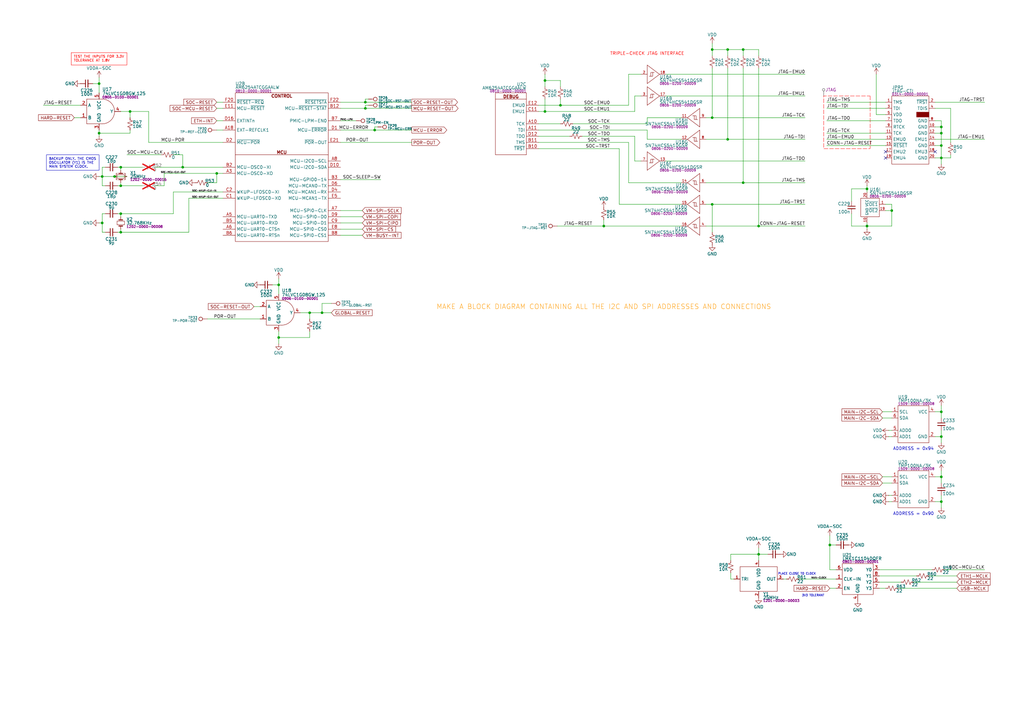
<source format=kicad_sch>
(kicad_sch (version 20250114) (generator "eeschema") (generator_version "9.0")
  (paper "A3")
  (title_block (title "Benchy Motherboard AM625 - SOC System Control") (rev "REV1") (company "Daxxn Industries") (comment 4 "Small net labels (≤0.65) are for clarity and do not connect to other nets."))
  (lib_symbols
    (symbol "DX_Capacitor_Ceramic:CL05A104KA5NNNC" (pin_numbers (hide yes)) (pin_names (hide yes))
      (property "Reference" "C" (at 2.794 1.778 0))
      (property "Value" "100n" (at 2.794 0 0))
      (symbol "CL05A104KA5NNNC_1_1"
        (pin passive line (at 0 2.54 270) (length 2.032) (name "~") (number "1"))
        (pin passive line (at 0 -2.54 90) (length 2.032) (name "~") (number "2"))
      )
    )
    (symbol "DX_Connector_Programming:JTAG-CTI"
      (property "Reference" "JPR" (at 0 3.556 0))
      (property "Value" "JTAG-CTI" (at 0 2.032 0))
      (property "PartNumber" "0314-0000-00001" (at 0 0.762 0))
      (symbol "JTAG-CTI_0_0"
        (pin output line (at -2.54 -2.54 0) (length 2.54) (name "TMS") (number "1"))
        (pin output line (at -2.54 -5.08 0) (length 2.54) (name "TDI") (number "3"))
        (pin power_in line (at -2.54 -7.62 0) (length 2.54) (name "VDD") (number "5"))
        (pin input line (at -2.54 -10.16 0) (length 2.54) (name "TDO") (number "7"))
        (pin output line (at -2.54 -12.7 0) (length 2.54) (name "RTCK") (number "9"))
        (pin output line (at -2.54 -15.24 0) (length 2.54) (name "TCK") (number "11"))
        (pin input line (at -2.54 -17.78 0) (length 2.54) (name "EMU0") (number "13"))
        (pin output line (at -2.54 -20.32 0) (length 2.54) (name "~{RESET}") (number "15"))
        (pin input line (at -2.54 -22.86 0) (length 2.54) (name "EMU2") (number "17"))
        (pin input line (at -2.54 -25.4 0) (length 2.54) (name "EMU4") (number "19"))
        (pin output line (at 17.78 -2.54 180) (length 2.54) (name "~{TRST}") (number "2"))
        (pin output line (at 17.78 -5.08 180) (length 2.54) (name "TDIS") (number "4"))
        (pin power_in line (at 17.78 -10.16 180) (length 2.54) (name "GND") (number "8"))
        (pin power_in line (at 17.78 -12.7 180) (length 2.54) (name "GND") (number "10"))
        (pin power_in line (at 17.78 -15.24 180) (length 2.54) (name "GND") (number "12"))
        (pin input line (at 17.78 -17.78 180) (length 2.54) (name "EMU1") (number "14"))
        (pin power_in line (at 17.78 -20.32 180) (length 2.54) (name "GND") (number "16"))
        (pin input line (at 17.78 -22.86 180) (length 2.54) (name "EMU3") (number "18"))
        (pin power_in line (at 17.78 -25.4 180) (length 2.54) (name "GND") (number "20"))
      )
    )
    (symbol "DX_Device:C" (pin_numbers (hide yes)) (pin_names (offset 0.254) (hide yes))
      (property "Reference" "C" (at 0.254 1.524 0))
      (property "Value" "C" (at 0.254 -1.905 0))
      (symbol "C_1_1"
        (pin passive line (at 0 2.54 270) (length 2.032) (name "~") (number "1"))
        (pin passive line (at 0 -2.54 90) (length 2.032) (name "~") (number "2"))
      )
    )
    (symbol "DX_Device:R" (pin_numbers (hide yes)) (pin_names (offset 0.254) (hide yes))
      (property "Reference" "R" (at 1.016 0.635 0))
      (property "Value" "R" (at 1.016 -1.016 0))
      (symbol "R_1_1"
        (pin passive line (at 0 2.54 270) (length 1.016) (name "~") (number "1"))
        (pin passive line (at 0 -2.54 90) (length 1.016) (name "~") (number "2"))
      )
    )
    (symbol "DX_Device:TEST-POINT" (pin_numbers (hide yes)) (pin_names (hide yes))
      (property "Reference" "TP" (at 4.064 0.508 0))
      (property "Value" "TEST-POINT" (at 4.064 -0.762 0))
      (symbol "TEST-POINT_1_0"
        (pin power_in line (at 0 0 0) (length 1.27) (name "TP") (number "1"))
      )
    )
    (symbol "DX_Device_Power:VDDA-SOC" (power) (in_bom no) (on_board no)
      (property "Value" "VDDA-SOC" (at 0 3.81 0))
      (symbol "VDDA-SOC_1_0"
        (pin power_in line (at 0 0 90) (length 0) (hide yes) (name "VDDA-SOC") (number "1"))
      )
    )
    (symbol "DX_IC_Clock:LMK1C1104DQFR"
      (property "Reference" "U" (at 0 3.556 0))
      (property "Value" "LMK1C1104DQFR" (at 0 2.032 0))
      (property "PartNumber" "0803-0000-00001" (at 0 0.762 0))
      (symbol "LMK1C1104DQFR_0_0"
        (pin power_in line (at -2.54 -2.54 0) (length 2.54) (name "VDD") (number "6"))
        (pin input line (at -2.54 -6.35 0) (length 2.54) (name "CLK-IN") (number "1"))
        (pin input line (at -2.54 -10.16 0) (length 2.54) (name "EN") (number "2"))
        (pin power_in line (at 6.35 -15.24 90) (length 2.54) (name "GND") (number "4"))
        (pin output line (at 15.24 -2.54 180) (length 2.54) (name "Y0") (number "3"))
        (pin output line (at 15.24 -5.08 180) (length 2.54) (name "Y1") (number "8"))
        (pin output line (at 15.24 -7.62 180) (length 2.54) (name "Y2") (number "5"))
        (pin output line (at 15.24 -10.16 180) (length 2.54) (name "Y3") (number "7"))
      )
    )
    (symbol "DX_IC_Logic_AND:74LVC1G08GW,125"
      (property "Reference" "U" (at 1.27 9.144 0))
      (property "Value" "74LVC1G08GW,125" (at 1.27 7.366 0))
      (property "PartNumber" "0806-0100-00001" (at 1.27 5.842 0))
      (symbol "74LVC1G08GW,125_0_0"
        (pin input line (at -7.62 2.54 0) (length 2.54) (name "A") (number "2"))
        (pin input line (at -7.62 -2.54 0) (length 2.54) (name "B") (number "1"))
        (pin power_in line (at 0 7.62 270) (length 2.54) (name "VCC") (number "5"))
        (pin power_in line (at 0 -7.62 90) (length 2.54) (name "GND") (number "3"))
        (pin output line (at 8.89 0 180) (length 2.54) (name "Y") (number "4"))
      )
    )
    (symbol "DX_IC_Logic_Buffer:SN74HCS541DGSR"
      (property "Reference" "U" (at 1.27 6.35 0))
      (property "Value" "SN74HCS541DGSR" (at 1.27 4.826 0))
      (property "PartNumber" "0806-0200-00009" (at 1.27 3.556 0))
      (symbol "SN74HCS541DGSR_1_0"
        (pin input line (at -2.54 0 0) (length 2.54) (name "A1") (number "2"))
        (pin output line (at 7.62 0 180) (length 2.54) (name "Y1") (number "18"))
      )
      (symbol "SN74HCS541DGSR_2_0"
        (pin input line (at -2.54 0 0) (length 2.54) (name "A2") (number "3"))
        (pin output line (at 7.62 0 180) (length 2.54) (name "Y2") (number "17"))
      )
      (symbol "SN74HCS541DGSR_3_0"
        (pin input line (at -2.54 0 0) (length 2.54) (name "A3") (number "4"))
        (pin output line (at 7.62 0 180) (length 2.54) (name "Y3") (number "16"))
      )
      (symbol "SN74HCS541DGSR_4_0"
        (pin input line (at -2.54 0 0) (length 2.54) (name "A4") (number "5"))
        (pin output line (at 7.62 0 180) (length 2.54) (name "Y4") (number "15"))
      )
      (symbol "SN74HCS541DGSR_5_0"
        (pin input line (at -2.54 0 0) (length 2.54) (name "A5") (number "6"))
        (pin output line (at 7.62 0 180) (length 2.54) (name "Y5") (number "14"))
      )
      (symbol "SN74HCS541DGSR_6_0"
        (pin input line (at -2.54 0 0) (length 2.54) (name "A6") (number "7"))
        (pin output line (at 7.62 0 180) (length 2.54) (name "Y6") (number "13"))
      )
      (symbol "SN74HCS541DGSR_7_0"
        (pin input line (at -2.54 0 0) (length 2.54) (name "A7") (number "8"))
        (pin output line (at 7.62 0 180) (length 2.54) (name "Y7") (number "12"))
      )
      (symbol "SN74HCS541DGSR_8_0"
        (pin input line (at -2.54 0 0) (length 2.54) (name "A8") (number "9"))
        (pin output line (at 7.62 0 180) (length 2.54) (name "Y8") (number "11"))
      )
      (symbol "SN74HCS541DGSR_9_0"
        (pin power_in line (at 0 5.08 270) (length 2.54) (name "VCC") (number "20"))
        (pin power_in line (at 0 -7.62 90) (length 2.54) (name "GND") (number "10"))
        (pin input line (at 7.62 0 180) (length 2.54) (name "~{OE1}") (number "1"))
        (pin input line (at 7.62 -2.54 180) (length 2.54) (name "~{OE2}") (number "19"))
      )
    )
    (symbol "DX_IC_MPU:AM6254ATCGGAALW"
      (property "Reference" "U" (at 0 3.556 0))
      (property "Value" "AM6254ATCGGAALW" (at 0 2.032 0))
      (property "PartNumber" "0810-0000-00001" (at 0 0.762 0))
      (symbol "AM6254ATCGGAALW_1_1"
        (text "x62" (at 5.08 -116.84 0) (effects (font (size 1.27 1.27)) (justify left)))
        (text "x2" (at 9.144 -10.16 0) (effects (font (size 1.27 1.27)) (justify left)))
        (text "x2" (at 9.144 -12.7 0) (effects (font (size 1.27 1.27)) (justify left)))
        (text "x2" (at 9.144 -15.24 0) (effects (font (size 1.27 1.27)) (justify left)))
        (text "x4" (at 9.144 -17.78 0) (effects (font (size 1.27 1.27)) (justify left)))
        (text "x4" (at 10.16 -66.04 0) (effects (font (size 1.27 1.27)) (justify left)))
        (text "x17" (at 10.16 -71.12 0) (effects (font (size 1.27 1.27)) (justify left)))
        (text "x8" (at 11.176 -73.66 0) (effects (font (size 1.27 1.27)) (justify left)))
        (text "x2" (at 12.446 -27.94 0) (effects (font (size 1.27 1.27)) (justify left)))
        (text "POWER" (at 12.7 -2.54 0) (effects (font (size 2 2) (bold yes))))
        (text "x2" (at 16.764 -53.34 0) (effects (font (size 1.27 1.27)) (justify left)))
        (pin power_in line (at -5.08 -5.08 0) (length 5.08) (name "VDDA-3P3-USB") (number "Y13"))
        (pin power_in line (at -5.08 -10.16 0) (length 5.08) (name "VDDSHV0") (number "F15"))
        (pin power_in line (at -5.08 -10.16 0) (length 5.08) (hide yes) (name "VDDSHV0") (number "G14"))
        (pin power_in line (at -5.08 -12.7 0) (length 5.08) (hide yes) (name "VDDSHV1") (number "L18"))
        (pin power_in line (at -5.08 -12.7 0) (length 5.08) (name "VDDSHV1") (number "M19"))
        (pin power_in line (at -5.08 -15.24 0) (length 5.08) (hide yes) (name "VDDSHV2") (number "W16"))
        (pin power_in line (at -5.08 -15.24 0) (length 5.08) (name "VDDSHV2") (number "W19"))
        (pin power_in line (at -5.08 -17.78 0) (length 5.08) (hide yes) (name "VDDSHV3") (number "N18"))
        (pin power_in line (at -5.08 -17.78 0) (length 5.08) (hide yes) (name "VDDSHV3") (number "P18"))
        (pin power_in line (at -5.08 -17.78 0) (length 5.08) (name "VDDSHV3") (number "T19"))
        (pin power_in line (at -5.08 -17.78 0) (length 5.08) (hide yes) (name "VDDSHV3") (number "U18"))
        (pin power_in line (at -5.08 -20.32 0) (length 5.08) (name "VDDSHV4") (number "T7"))
        (pin power_in line (at -5.08 -22.86 0) (length 5.08) (name "VDDSHV5") (number "G17"))
        (pin power_in line (at -5.08 -25.4 0) (length 5.08) (name "VDDSHV6") (number "J18"))
        (pin power_in line (at -5.08 -27.94 0) (length 5.08) (name "VDDSHV-MCU") (number "F11"))
        (pin power_in line (at -5.08 -27.94 0) (length 5.08) (hide yes) (name "VDDSHV-MCU") (number "G12"))
        (pin power_in line (at -5.08 -30.48 0) (length 5.08) (name "VDDSHV-CANUART") (number "H9"))
        (pin power_in line (at -5.08 -35.56 0) (length 5.08) (name "VDDA-MCU") (number "L11"))
        (pin power_in line (at -5.08 -38.1 0) (length 5.08) (name "VDDA-PLL0") (number "U11"))
        (pin power_in line (at -5.08 -40.64 0) (length 5.08) (name "VDDA-PLL1") (number "U15"))
        (pin power_in line (at -5.08 -43.18 0) (length 5.08) (name "VDDA-PLL2") (number "L14"))
        (pin power_in line (at -5.08 -45.72 0) (length 5.08) (name "VDDA-TEMP0") (number "T9"))
        (pin power_in line (at -5.08 -48.26 0) (length 5.08) (name "VDDA-TEMP1") (number "G16"))
        (pin power_in line (at -5.08 -50.8 0) (length 5.08) (name "VDDA-1P8-CSIRX0") (number "W14"))
        (pin power_in line (at -5.08 -53.34 0) (length 5.08) (name "VDDA-1P8-OLDI0") (number "W10"))
        (pin power_in line (at -5.08 -53.34 0) (length 5.08) (hide yes) (name "VDDA-1P8-OLDI0") (number "W9"))
        (pin power_in line (at -5.08 -55.88 0) (length 5.08) (name "VDDA-1P8-USB") (number "Y11"))
        (pin power_in line (at -5.08 -58.42 0) (length 5.08) (name "VDDS-OSC0") (number "G7"))
        (pin power_in line (at -5.08 -63.5 0) (length 5.08) (name "VDDS-DDR-C") (number "M9"))
        (pin power_in line (at -5.08 -66.04 0) (length 5.08) (name "VDDS-DDR") (number "K9"))
        (pin power_in line (at -5.08 -66.04 0) (length 5.08) (hide yes) (name "VDDS-DDR") (number "L8"))
        (pin power_in line (at -5.08 -66.04 0) (length 5.08) (hide yes) (name "VDDS-DDR") (number "P9"))
        (pin power_in line (at -5.08 -66.04 0) (length 5.08) (hide yes) (name "VDDS-DDR") (number "R8"))
        (pin power_in line (at -5.08 -71.12 0) (length 5.08) (name "VDD_CORE") (number "H8"))
        (pin power_in line (at -5.08 -71.12 0) (length 5.08) (hide yes) (name "VDD_CORE") (number "J11"))
        (pin power_in line (at -5.08 -71.12 0) (length 5.08) (hide yes) (name "VDD_CORE") (number "J14"))
        (pin power_in line (at -5.08 -71.12 0) (length 5.08) (hide yes) (name "VDD_CORE") (number "K17"))
        (pin power_in line (at -5.08 -71.12 0) (length 5.08) (hide yes) (name "VDD_CORE") (number "L12"))
        (pin power_in line (at -5.08 -71.12 0) (length 5.08) (hide yes) (name "VDD_CORE") (number "L15"))
        (pin power_in line (at -5.08 -71.12 0) (length 5.08) (hide yes) (name "VDD_CORE") (number "M16"))
        (pin power_in line (at -5.08 -71.12 0) (length 5.08) (hide yes) (name "VDD_CORE") (number "N11"))
        (pin power_in line (at -5.08 -71.12 0) (length 5.08) (hide yes) (name "VDD_CORE") (number "N13"))
        (pin power_in line (at -5.08 -71.12 0) (length 5.08) (hide yes) (name "VDD_CORE") (number "N8"))
        (pin power_in line (at -5.08 -71.12 0) (length 5.08) (hide yes) (name "VDD_CORE") (number "P17"))
        (pin power_in line (at -5.08 -71.12 0) (length 5.08) (hide yes) (name "VDD_CORE") (number "R11"))
        (pin power_in line (at -5.08 -71.12 0) (length 5.08) (hide yes) (name "VDD_CORE") (number "R14"))
        (pin power_in line (at -5.08 -71.12 0) (length 5.08) (hide yes) (name "VDD_CORE") (number "U12"))
        (pin power_in line (at -5.08 -71.12 0) (length 5.08) (hide yes) (name "VDD_CORE") (number "V15"))
        (pin power_in line (at -5.08 -71.12 0) (length 5.08) (hide yes) (name "VDD_CORE") (number "V17"))
        (pin power_in line (at -5.08 -71.12 0) (length 5.08) (hide yes) (name "VDD_CORE") (number "V8"))
        (pin power_in line (at -5.08 -73.66 0) (length 5.08) (name "VDDR-CORE") (number "J12"))
        (pin power_in line (at -5.08 -73.66 0) (length 5.08) (hide yes) (name "VDDR-CORE") (number "K16"))
        (pin power_in line (at -5.08 -73.66 0) (length 5.08) (hide yes) (name "VDDR-CORE") (number "N12"))
        (pin power_in line (at -5.08 -73.66 0) (length 5.08) (hide yes) (name "VDDR-CORE") (number "N14"))
        (pin power_in line (at -5.08 -73.66 0) (length 5.08) (hide yes) (name "VDDR-CORE") (number "P16"))
        (pin power_in line (at -5.08 -73.66 0) (length 5.08) (hide yes) (name "VDDR-CORE") (number "R12"))
        (pin power_in line (at -5.08 -73.66 0) (length 5.08) (hide yes) (name "VDDR-CORE") (number "T10"))
        (pin power_in line (at -5.08 -73.66 0) (length 5.08) (hide yes) (name "VDDR-CORE") (number "U14"))
        (pin power_in line (at -5.08 -76.2 0) (length 5.08) (name "VDD-CANUART") (number "F8"))
        (pin power_in line (at -5.08 -78.74 0) (length 5.08) (name "VDDA-CORE-CSIRX0") (number "W13"))
        (pin power_in line (at -5.08 -81.28 0) (length 5.08) (name "VDDA-CORE-USB") (number "W12"))
        (pin power_in line (at -5.08 -86.36 0) (length 5.08) (name "CAP-VDDS-CANUART") (number "G9"))
        (pin power_in line (at -5.08 -88.9 0) (length 5.08) (name "CAP-VDDS0") (number "H15"))
        (pin power_in line (at -5.08 -91.44 0) (length 5.08) (name "CAP-VDDS1") (number "K18"))
        (pin power_in line (at -5.08 -93.98 0) (length 5.08) (name "CAP-VDDS2") (number "W17"))
        (pin power_in line (at -5.08 -96.52 0) (length 5.08) (name "CAP-VDDS3") (number "P19"))
        (pin power_in line (at -5.08 -99.06 0) (length 5.08) (name "CAP-VDDS4") (number "U7"))
        (pin power_in line (at -5.08 -101.6 0) (length 5.08) (name "CAP-VDDS5") (number "H17"))
        (pin power_in line (at -5.08 -104.14 0) (length 5.08) (name "CAP-VDDS6") (number "J19"))
        (pin power_in line (at -5.08 -106.68 0) (length 5.08) (name "CAP-VDDS-MCU") (number "H11"))
        (pin power_in line (at -5.08 -116.84 0) (length 5.08) (name "VSS") (number "A1"))
        (pin power_in line (at -5.08 -116.84 0) (length 5.08) (hide yes) (name "VSS") (number "A24"))
        (pin power_in line (at -5.08 -116.84 0) (length 5.08) (hide yes) (name "VSS") (number "A25"))
        (pin power_in line (at -5.08 -116.84 0) (length 5.08) (hide yes) (name "VSS") (number "AA11"))
        (pin power_in line (at -5.08 -116.84 0) (length 5.08) (hide yes) (name "VSS") (number "AB9"))
        (pin power_in line (at -5.08 -116.84 0) (length 5.08) (hide yes) (name "VSS") (number "AD1"))
        (pin power_in line (at -5.08 -116.84 0) (length 5.08) (hide yes) (name "VSS") (number "AD12"))
        (pin power_in line (at -5.08 -116.84 0) (length 5.08) (hide yes) (name "VSS") (number "AD16"))
        (pin power_in line (at -5.08 -116.84 0) (length 5.08) (hide yes) (name "VSS") (number "AD25"))
        (pin power_in line (at -5.08 -116.84 0) (length 5.08) (hide yes) (name "VSS") (number "AD9"))
        (pin power_in line (at -5.08 -116.84 0) (length 5.08) (hide yes) (name "VSS") (number "AE1"))
        (pin power_in line (at -5.08 -116.84 0) (length 5.08) (hide yes) (name "VSS") (number "AE12"))
        (pin power_in line (at -5.08 -116.84 0) (length 5.08) (hide yes) (name "VSS") (number "AE16"))
        (pin power_in line (at -5.08 -116.84 0) (length 5.08) (hide yes) (name "VSS") (number "AE24"))
        (pin power_in line (at -5.08 -116.84 0) (length 5.08) (hide yes) (name "VSS") (number "AE25"))
        (pin power_in line (at -5.08 -116.84 0) (length 5.08) (hide yes) (name "VSS") (number "AE8"))
        (pin power_in line (at -5.08 -116.84 0) (length 5.08) (hide yes) (name "VSS") (number "B25"))
        (pin power_in line (at -5.08 -116.84 0) (length 5.08) (hide yes) (name "VSS") (number "F13"))
        (pin power_in line (at -5.08 -116.84 0) (length 5.08) (hide yes) (name "VSS") (number "G13"))
        (pin power_in line (at -5.08 -116.84 0) (length 5.08) (hide yes) (name "VSS") (number "G19"))
        (pin power_in line (at -5.08 -116.84 0) (length 5.08) (hide yes) (name "VSS") (number "H13"))
        (pin power_in line (at -5.08 -116.84 0) (length 5.08) (hide yes) (name "VSS") (number "H16"))
        (pin power_in line (at -5.08 -116.84 0) (length 5.08) (hide yes) (name "VSS") (number "H18"))
        (pin power_in line (at -5.08 -116.84 0) (length 5.08) (hide yes) (name "VSS") (number "H20"))
        (pin power_in line (at -5.08 -116.84 0) (length 5.08) (hide yes) (name "VSS") (number "J13"))
        (pin power_in line (at -5.08 -116.84 0) (length 5.08) (hide yes) (name "VSS") (number "J7"))
        (pin power_in line (at -5.08 -116.84 0) (length 5.08) (hide yes) (name "VSS") (number "K13"))
        (pin power_in line (at -5.08 -116.84 0) (length 5.08) (hide yes) (name "VSS") (number "K15"))
        (pin power_in line (at -5.08 -116.84 0) (length 5.08) (hide yes) (name "VSS") (number "K19"))
        (pin power_in line (at -5.08 -116.84 0) (length 5.08) (hide yes) (name "VSS") (number "K7"))
        (pin power_in line (at -5.08 -116.84 0) (length 5.08) (hide yes) (name "VSS") (number "L20"))
        (pin power_in line (at -5.08 -116.84 0) (length 5.08) (hide yes) (name "VSS") (number "M10"))
        (pin power_in line (at -5.08 -116.84 0) (length 5.08) (hide yes) (name "VSS") (number "M12"))
        (pin power_in line (at -5.08 -116.84 0) (length 5.08) (hide yes) (name "VSS") (number "M13"))
        (pin power_in line (at -5.08 -116.84 0) (length 5.08) (hide yes) (name "VSS") (number "M17"))
        (pin power_in line (at -5.08 -116.84 0) (length 5.08) (hide yes) (name "VSS") (number "M18"))
        (pin power_in line (at -5.08 -116.84 0) (length 5.08) (hide yes) (name "VSS") (number "M7"))
        (pin power_in line (at -5.08 -116.84 0) (length 5.08) (hide yes) (name "VSS") (number "M8"))
        (pin power_in line (at -5.08 -116.84 0) (length 5.08) (hide yes) (name "VSS") (number "N15"))
        (pin power_in line (at -5.08 -116.84 0) (length 5.08) (hide yes) (name "VSS") (number "P10"))
        (pin power_in line (at -5.08 -116.84 0) (length 5.08) (hide yes) (name "VSS") (number "P13"))
        (pin power_in line (at -5.08 -116.84 0) (length 5.08) (hide yes) (name "VSS") (number "P7"))
        (pin power_in line (at -5.08 -116.84 0) (length 5.08) (hide yes) (name "VSS") (number "R13"))
        (pin power_in line (at -5.08 -116.84 0) (length 5.08) (hide yes) (name "VSS") (number "R15"))
        (pin power_in line (at -5.08 -116.84 0) (length 5.08) (hide yes) (name "VSS") (number "R18"))
        (pin power_in line (at -5.08 -116.84 0) (length 5.08) (hide yes) (name "VSS") (number "R20"))
        (pin power_in line (at -5.08 -116.84 0) (length 5.08) (hide yes) (name "VSS") (number "T13"))
        (pin power_in line (at -5.08 -116.84 0) (length 5.08) (hide yes) (name "VSS") (number "T14"))
        (pin power_in line (at -5.08 -116.84 0) (length 5.08) (hide yes) (name "VSS") (number "T16"))
        (pin power_in line (at -5.08 -116.84 0) (length 5.08) (hide yes) (name "VSS") (number "T17"))
        (pin power_in line (at -5.08 -116.84 0) (length 5.08) (hide yes) (name "VSS") (number "T18"))
        (pin power_in line (at -5.08 -116.84 0) (length 5.08) (hide yes) (name "VSS") (number "T8"))
        (pin power_in line (at -5.08 -116.84 0) (length 5.08) (hide yes) (name "VSS") (number "U19"))
        (pin power_in line (at -5.08 -116.84 0) (length 5.08) (hide yes) (name "VSS") (number "U8"))
        (pin power_in line (at -5.08 -116.84 0) (length 5.08) (hide yes) (name "VSS") (number "V10"))
        (pin power_in line (at -5.08 -116.84 0) (length 5.08) (hide yes) (name "VSS") (number "V11"))
        (pin power_in line (at -5.08 -116.84 0) (length 5.08) (hide yes) (name "VSS") (number "V13"))
        (pin power_in line (at -5.08 -116.84 0) (length 5.08) (hide yes) (name "VSS") (number "V16"))
        (pin power_in line (at -5.08 -116.84 0) (length 5.08) (hide yes) (name "VSS") (number "V18"))
        (pin power_in line (at -5.08 -116.84 0) (length 5.08) (hide yes) (name "VSS") (number "V9"))
        (pin power_in line (at -5.08 -116.84 0) (length 5.08) (hide yes) (name "VSS") (number "W7"))
        (pin power_in line (at -5.08 -116.84 0) (length 5.08) (hide yes) (name "VSS") (number "Y2"))
        (pin no_connect line (at 11.43 38.1 0) (length 5.08) (hide yes) (name "RSVD0") (number "B1"))
        (pin no_connect line (at 11.43 35.56 0) (length 5.08) (hide yes) (name "RSVD1") (number "A2"))
        (pin no_connect line (at 11.43 33.02 0) (length 5.08) (hide yes) (name "RSVD2") (number "F6"))
        (pin no_connect line (at 11.43 30.48 0) (length 5.08) (hide yes) (name "RSVD3") (number "AE2"))
        (pin no_connect line (at 11.43 27.94 0) (length 5.08) (hide yes) (name "RSVD4") (number "T2"))
        (pin no_connect line (at 11.43 25.4 0) (length 5.08) (hide yes) (name "RSVD5") (number "U4"))
        (pin no_connect line (at 11.43 22.86 0) (length 5.08) (hide yes) (name "RSVD6") (number "AA12"))
        (pin no_connect line (at 11.43 20.32 0) (length 5.08) (hide yes) (name "RSVD7") (number "Y15"))
        (pin no_connect line (at 11.43 17.78 0) (length 5.08) (hide yes) (name "RSVD8") (number "E7"))
        (pin power_in line (at 30.48 -6.35 180) (length 5.08) (name "VPP") (number "J8"))
      )
      (symbol "AM6254ATCGGAALW_2_1"
        (text "CONTROL" (at 19.05 -1.27 0) (effects (font (size 1.27 1.27) (bold yes))))
        (text "MCU" (at 19.05 -24.384 0) (effects (font (size 1.27 1.27) (bold yes))))
        (pin input line (at -5.08 -3.81 0) (length 5.08) (name "~{RESET-REQ}") (number "F20"))
        (pin input line (at -5.08 -6.35 0) (length 5.08) (name "MCU-~{RESET}") (number "E11"))
        (pin input line (at -5.08 -11.43 0) (length 5.08) (name "EXTINTn") (number "D16"))
        (pin input line (at -5.08 -15.24 0) (length 5.08) (name "EXT-REFCLK1") (number "A18"))
        (pin input line (at -5.08 -20.32 0) (length 5.08) (name "~{MCU-POR}") (number "D2"))
        (pin input line (at -5.08 -30.48 0) (length 5.08) (name "MCU-OSC0-XI") (number "B2"))
        (pin output line (at -5.08 -33.02 0) (length 5.08) (name "MCU-OSC0-XO") (number "A3"))
        (pin input line (at -5.08 -40.64 0) (length 5.08) (name "WKUP-LFOSC0-XI") (number "C2"))
        (pin output line (at -5.08 -43.18 0) (length 5.08) (name "WKUP-LFOSC0-XO") (number "C1"))
        (pin bidirectional line (at -5.08 -50.8 0) (length 5.08) (name "MCU-UART0-TXD") (number "A5"))
        (pin input line (at -5.08 -53.34 0) (length 5.08) (name "MCU-UART0-RXD") (number "B5"))
        (pin bidirectional line (at -5.08 -55.88 0) (length 5.08) (name "MCU-UART0-CTSn") (number "A6"))
        (pin output line (at -5.08 -58.42 0) (length 5.08) (name "MCU-UART0-RTSn") (number "B6"))
        (pin output line (at 43.18 -3.81 180) (length 5.08) (name "~{RESETSTA}") (number "F22"))
        (pin output line (at 43.18 -6.35 180) (length 5.08) (name "MCU-~{RESET-STAT}") (number "B12"))
        (pin output line (at 43.18 -11.43 180) (length 5.08) (name "PMIC-LPM-EN0") (number "B7"))
        (pin bidirectional line (at 43.18 -15.24 180) (length 5.08) (name "MCU-~{ERROR}") (number "D1"))
        (pin output line (at 43.18 -20.32 180) (length 5.08) (name "~{POR}-OUT") (number "E21"))
        (pin bidirectional line (at 43.18 -27.94 180) (length 5.08) (name "MCU-I2C0-SCL") (number "A8"))
        (pin bidirectional line (at 43.18 -30.48 180) (length 5.08) (name "MCU-I2C0-SDA") (number "D10"))
        (pin input line (at 43.18 -35.56 180) (length 5.08) (name "MCU-MCAN0-RX") (number "B3") (alternate "MCU-GPIO0-14" bidirectional line))
        (pin output line (at 43.18 -38.1 180) (length 5.08) (name "MCU-MCAN0-TX") (number "D6"))
        (pin input line (at 43.18 -40.64 180) (length 5.08) (name "MCU-MCAN1-RX") (number "D4"))
        (pin output line (at 43.18 -43.18 180) (length 5.08) (name "MCU-MCAN1-TX") (number "E5"))
        (pin bidirectional line (at 43.18 -48.26 180) (length 5.08) (name "MCU-SPI0-CLK") (number "A7"))
        (pin bidirectional line (at 43.18 -50.8 180) (length 5.08) (name "MCU-SPI0-D0") (number "D9"))
        (pin bidirectional line (at 43.18 -53.34 180) (length 5.08) (name "MCU-SPI0-D1") (number "C9"))
        (pin bidirectional line (at 43.18 -55.88 180) (length 5.08) (name "MCU-SPI0-CS0") (number "E8"))
        (pin bidirectional line (at 43.18 -58.42 180) (length 5.08) (name "MCU-SPI0-CS1") (number "B8"))
      )
      (symbol "AM6254ATCGGAALW_3_1"
        (text "DEBUG" (at 6.35 -1.524 0) (effects (font (size 1.27 1.27) (bold yes))))
        (pin bidirectional line (at -5.08 -5.08 0) (length 5.08) (name "EMU0") (number "E12"))
        (pin bidirectional line (at -5.08 -7.62 0) (length 5.08) (name "EMU1") (number "C11"))
        (pin input line (at -5.08 -12.7 0) (length 5.08) (name "TCK") (number "A10"))
        (pin input line (at -5.08 -15.24 0) (length 5.08) (name "TDI") (number "A11"))
        (pin output line (at -5.08 -17.78 0) (length 5.08) (name "TDO") (number "D12"))
        (pin input line (at -5.08 -20.32 0) (length 5.08) (name "TMS") (number "B11"))
        (pin input line (at -5.08 -22.86 0) (length 5.08) (name "~{TRST}") (number "B10"))
      )
      (symbol "AM6254ATCGGAALW_4_1"
        (text "DDR MEMORY" (at 25.4 -1.524 0) (effects (font (size 1.27 1.27) (bold yes))))
        (pin bidirectional line (at -5.08 -10.16 0) (length 5.08) (name "DDR0-~{ALERT}") (number "R3"))
        (pin output line (at -5.08 -12.7 0) (length 5.08) (name "DDR0-~{CAS}") (number "M4"))
        (pin output line (at -5.08 -15.24 0) (length 5.08) (name "DDR0-PAR") (number "T1"))
        (pin output line (at -5.08 -17.78 0) (length 5.08) (name "DDR0-~{WE}") (number "N3"))
        (pin output line (at -5.08 -20.32 0) (length 5.08) (name "DDR0-~{RAS}") (number "M5"))
        (pin output line (at -5.08 -22.86 0) (length 5.08) (name "DDR0-~{ACT}") (number "N6"))
        (pin output line (at -5.08 -25.4 0) (length 5.08) (name "DDR0-~{RESET0}") (number "G1"))
        (pin output line (at -5.08 -33.02 0) (length 5.08) (name "DDR0-CK0+") (number "L1"))
        (pin output line (at -5.08 -35.56 0) (length 5.08) (name "DDR0-CK0-") (number "L2"))
        (pin output line (at -5.08 -40.64 0) (length 5.08) (name "DDR0-~{CS0}") (number "L6"))
        (pin output line (at -5.08 -43.18 0) (length 5.08) (name "DDR0-~{CS1}") (number "K2"))
        (pin output line (at -5.08 -48.26 0) (length 5.08) (name "DDR0-BA0") (number "M1"))
        (pin output line (at -5.08 -50.8 0) (length 5.08) (name "DDR0-BA1") (number "N1"))
        (pin output line (at -5.08 -58.42 0) (length 5.08) (name "DDR0-CKE0") (number "H2"))
        (pin output line (at -5.08 -60.96 0) (length 5.08) (name "DDR0-CKE1") (number "J4"))
        (pin bidirectional line (at -5.08 -66.04 0) (length 5.08) (name "DDR0-DM0") (number "H5"))
        (pin bidirectional line (at -5.08 -68.58 0) (length 5.08) (name "DDR0-DM1") (number "W5"))
        (pin output line (at -5.08 -73.66 0) (length 5.08) (name "DDR0-BG0") (number "T4"))
        (pin output line (at -5.08 -76.2 0) (length 5.08) (name "DDR0-BG1") (number "N2"))
        (pin output line (at -5.08 -81.28 0) (length 5.08) (name "DDR0-ODT0") (number "H1"))
        (pin output line (at -5.08 -83.82 0) (length 5.08) (name "DDR0-ODT1") (number "J3"))
        (pin passive line (at -5.08 -93.98 0) (length 5.08) (name "DDR0-CAL0") (number "M2"))
        (pin output line (at 55.88 -5.08 180) (length 5.08) (name "DDR0-A0") (number "J1"))
        (pin output line (at 55.88 -7.62 180) (length 5.08) (name "DDR0-A1") (number "J2"))
        (pin output line (at 55.88 -10.16 180) (length 5.08) (name "DDR0-A2") (number "K3"))
        (pin output line (at 55.88 -12.7 180) (length 5.08) (name "DDR0-A3") (number "L5"))
        (pin output line (at 55.88 -15.24 180) (length 5.08) (name "DDR0-A4") (number "K4"))
        (pin output line (at 55.88 -17.78 180) (length 5.08) (name "DDR0-A5") (number "K1"))
        (pin output line (at 55.88 -20.32 180) (length 5.08) (name "DDR0-A6") (number "R2"))
        (pin output line (at 55.88 -22.86 180) (length 5.08) (name "DDR0-A7") (number "P2"))
        (pin output line (at 55.88 -25.4 180) (length 5.08) (name "DDR0-A8") (number "P1"))
        (pin output line (at 55.88 -27.94 180) (length 5.08) (name "DDR0-A9") (number "P4"))
        (pin output line (at 55.88 -30.48 180) (length 5.08) (name "DDR0-A10") (number "R5"))
        (pin output line (at 55.88 -33.02 180) (length 5.08) (name "DDR0-A11") (number "P5"))
        (pin output line (at 55.88 -35.56 180) (length 5.08) (name "DDR0-A12") (number "R6"))
        (pin output line (at 55.88 -38.1 180) (length 5.08) (name "DDR0-A13") (number "R1"))
        (pin bidirectional line (at 55.88 -45.72 180) (length 5.08) (name "DDR0-DQ0") (number "F4"))
        (pin bidirectional line (at 55.88 -48.26 180) (length 5.08) (name "DDR0-DQ1") (number "G5"))
        (pin bidirectional line (at 55.88 -50.8 180) (length 5.08) (name "DDR0-DQ2") (number "F3"))
        (pin bidirectional line (at 55.88 -53.34 180) (length 5.08) (name "DDR0-DQ3") (number "H6"))
        (pin bidirectional line (at 55.88 -55.88 180) (length 5.08) (name "DDR0-DQ4") (number "E3"))
        (pin bidirectional line (at 55.88 -58.42 180) (length 5.08) (name "DDR0-DQ5") (number "G2"))
        (pin bidirectional line (at 55.88 -60.96 180) (length 5.08) (name "DDR0-DQ6") (number "F2"))
        (pin bidirectional line (at 55.88 -63.5 180) (length 5.08) (name "DDR0-DQ7") (number "F1"))
        (pin bidirectional line (at 55.88 -66.04 180) (length 5.08) (name "DDR0-DQS0+") (number "E1"))
        (pin bidirectional line (at 55.88 -68.58 180) (length 5.08) (name "DDR0-DQS0-") (number "E2"))
        (pin bidirectional line (at 55.88 -71.12 180) (length 5.08) (name "DDR0-DQ8") (number "U1"))
        (pin bidirectional line (at 55.88 -73.66 180) (length 5.08) (name "DDR0-DQ9") (number "U3"))
        (pin bidirectional line (at 55.88 -76.2 180) (length 5.08) (name "DDR0-DQ10") (number "U2"))
        (pin bidirectional line (at 55.88 -78.74 180) (length 5.08) (name "DDR0-DQ11") (number "V5"))
        (pin bidirectional line (at 55.88 -81.28 180) (length 5.08) (name "DDR0-DQ12") (number "W2"))
        (pin bidirectional line (at 55.88 -83.82 180) (length 5.08) (name "DDR0-DQ13") (number "V6"))
        (pin bidirectional line (at 55.88 -86.36 180) (length 5.08) (name "DDR0-DQ14") (number "Y1"))
        (pin bidirectional line (at 55.88 -88.9 180) (length 5.08) (name "DDR0-DQ15") (number "W1"))
        (pin bidirectional line (at 55.88 -91.44 180) (length 5.08) (name "DDR0-DQS1+") (number "V1"))
        (pin bidirectional line (at 55.88 -93.98 180) (length 5.08) (name "DDR0-DQS1-") (number "V2"))
      )
      (symbol "AM6254ATCGGAALW_5_1"
        (text "POWER MONITORS" (at 10.16 -1.524 0) (effects (font (size 1.27 1.27) (bold yes))))
        (pin input line (at -5.08 -5.08 0) (length 5.08) (name "VMON-1P8-SOC") (number "G10"))
        (pin input line (at -5.08 -10.16 0) (length 5.08) (name "VMON-3P3-SOC") (number "K10"))
        (pin input line (at -5.08 -15.24 0) (length 5.08) (name "VMON-VSYS") (number "H10"))
      )
      (symbol "AM6254ATCGGAALW_6_1"
        (text "ETHERNET" (at 19.05 -1.524 0) (effects (font (size 1.27 1.27) (bold yes))))
        (pin input line (at -5.08 -5.08 0) (length 5.08) (name "RGMII1-RXC") (number "AD17"))
        (pin input line (at -5.08 -7.62 0) (length 5.08) (name "RGMII1-RX-CTL") (number "AE17"))
        (pin output line (at -5.08 -10.16 0) (length 5.08) (name "RGMII1-TXC") (number "AE19"))
        (pin output line (at -5.08 -12.7 0) (length 5.08) (name "RGMII1-TX-CTL") (number "AD19"))
        (pin input line (at -5.08 -16.51 0) (length 5.08) (name "RGMII1-RD0") (number "AB17"))
        (pin input line (at -5.08 -19.05 0) (length 5.08) (name "RGMII1-RD1") (number "AC17"))
        (pin input line (at -5.08 -21.59 0) (length 5.08) (name "RGMII1-RD2") (number "AB16"))
        (pin input line (at -5.08 -24.13 0) (length 5.08) (name "RGMII1-RD3") (number "AA15"))
        (pin output line (at -5.08 -27.94 0) (length 5.08) (name "RGMII1-TD0") (number "AE20"))
        (pin output line (at -5.08 -30.48 0) (length 5.08) (name "RGMII1-TD1") (number "AD20"))
        (pin output line (at -5.08 -33.02 0) (length 5.08) (name "RGMII1-TD2") (number "AE18"))
        (pin output line (at -5.08 -35.56 0) (length 5.08) (name "RGMII1-TD3") (number "AD18"))
        (pin input line (at 43.18 -5.08 180) (length 5.08) (name "RGMII2-RXC") (number "AD23"))
        (pin input line (at 43.18 -7.62 180) (length 5.08) (name "RGMII2-RX-CTL") (number "AD22"))
        (pin output line (at 43.18 -10.16 180) (length 5.08) (name "RGMII2-TXC") (number "AE21"))
        (pin output line (at 43.18 -12.7 180) (length 5.08) (name "RGMII2-TX-CTL") (number "AA19"))
        (pin input line (at 43.18 -16.51 180) (length 5.08) (name "RGMII2-RD0") (number "AE23"))
        (pin input line (at 43.18 -19.05 180) (length 5.08) (name "RGMII2-RD1") (number "AB20"))
        (pin input line (at 43.18 -21.59 180) (length 5.08) (name "RGMII2-RD2") (number "AC21"))
        (pin input line (at 43.18 -24.13 180) (length 5.08) (name "RGMII2-RD3") (number "AE22"))
        (pin output line (at 43.18 -27.94 180) (length 5.08) (name "RGMII2-TD0") (number "Y18"))
        (pin output line (at 43.18 -30.48 180) (length 5.08) (name "RGMII2-TD1") (number "AA18"))
        (pin output line (at 43.18 -33.02 180) (length 5.08) (name "RGMII2-TD2") (number "AD21"))
        (pin output line (at 43.18 -35.56 180) (length 5.08) (name "RGMII2-TD3") (number "AC20"))
        (pin output line (at 43.18 -40.64 180) (length 5.08) (name "MDIO0-MDC") (number "AD24"))
        (pin bidirectional line (at 43.18 -43.18 180) (length 5.08) (name "MDIO0-MDIO") (number "AB22"))
      )
      (symbol "AM6254ATCGGAALW_7_1"
        (text "USB" (at 11.43 -1.27 0) (effects (font (size 1.27 1.27) (bold yes))))
        (pin input line (at 27.94 -3.81 180) (length 5.08) (name "USB0-VBUS") (number "AC11"))
        (pin bidirectional line (at 27.94 -11.43 180) (length 5.08) (name "USB0-D+") (number "AD11"))
        (pin bidirectional line (at 27.94 -13.97 180) (length 5.08) (name "USB0-D-") (number "AE11"))
        (pin output line (at 27.94 -21.59 180) (length 5.08) (name "USB0-DRVVBUS") (number "C20"))
        (pin input line (at 27.94 -24.13 180) (length 5.08) (name "USB0-RCALIB") (number "AE10"))
        (pin input line (at 27.94 -31.75 180) (length 5.08) (name "USB1-VBUS") (number "AB10"))
        (pin bidirectional line (at 27.94 -39.37 180) (length 5.08) (name "USB1-D+") (number "AE9"))
        (pin bidirectional line (at 27.94 -41.91 180) (length 5.08) (name "USB1-D-") (number "AD10"))
        (pin output line (at 27.94 -49.53 180) (length 5.08) (name "USB1-DRVVBUS") (number "F18"))
        (pin input line (at 27.94 -52.07 180) (length 5.08) (name "USB1-RCALIB") (number "AC9"))
      )
      (symbol "AM6254ATCGGAALW_8_1"
        (text "CAMERA" (at 8.89 -2.54 0) (effects (font (size 1.27 1.27) (bold yes))))
        (pin input line (at -5.08 -5.08 0) (length 5.08) (name "CSI0-RX0+") (number "AC15"))
        (pin input line (at -5.08 -7.62 0) (length 5.08) (name "CSI0-RX0-") (number "AB14"))
        (pin input line (at -5.08 -12.7 0) (length 5.08) (name "CSI0-RX1+") (number "AE14"))
        (pin input line (at -5.08 -15.24 0) (length 5.08) (name "CSI0-RX1-") (number "AD14"))
        (pin input line (at -5.08 -20.32 0) (length 5.08) (name "CSI0-RX2+") (number "AE13"))
        (pin input line (at -5.08 -22.86 0) (length 5.08) (name "CSI0-RX2-") (number "AD13"))
        (pin input line (at -5.08 -27.94 0) (length 5.08) (name "CSI0-RX3+") (number "AC13"))
        (pin input line (at -5.08 -30.48 0) (length 5.08) (name "CSI0-RX3-") (number "AB12"))
        (pin input line (at -5.08 -35.56 0) (length 5.08) (name "CSI0-RXCLK+") (number "AE15"))
        (pin input line (at -5.08 -38.1 0) (length 5.08) (name "CSI0-RXCLK-") (number "AD15"))
        (pin input line (at -5.08 -43.18 0) (length 5.08) (name "CSI0-RXRCALIB") (number "AA14"))
      )
      (symbol "AM6254ATCGGAALW_9_1"
        (text "OCTAL SPI MEMORY" (at 11.43 -1.524 0) (effects (font (size 1.27 1.27) (bold yes))))
        (pin output line (at -5.08 -5.08 0) (length 5.08) (name "OSPI0-CLK") (number "H24"))
        (pin bidirectional line (at -5.08 -7.62 0) (length 5.08) (name "OSPI0-LBCLKO") (number "G25"))
        (pin input line (at -5.08 -10.16 0) (length 5.08) (name "OSPI0-DQS") (number "J24"))
        (pin output line (at -5.08 -17.78 0) (length 5.08) (name "OSPI0-~{CS}0") (number "F23"))
        (pin output line (at -5.08 -20.32 0) (length 5.08) (name "OSPI0-~{CS}1") (number "G21") (alternate "GPIO0-12" bidirectional line))
        (pin output line (at -5.08 -22.86 0) (length 5.08) (name "OSPI0-~{CS}2") (number "H21") (alternate "GPIO0-13" bidirectional line))
        (pin output line (at -5.08 -25.4 0) (length 5.08) (name "OSPI0-~{CS}3") (number "E24") (alternate "OSPI0-RESET-OUT0" output line))
        (pin bidirectional line (at -5.08 -30.48 0) (length 5.08) (name "OSPI0-D0") (number "E25"))
        (pin bidirectional line (at -5.08 -33.02 0) (length 5.08) (name "OSPI0-D1") (number "G24"))
        (pin bidirectional line (at -5.08 -35.56 0) (length 5.08) (name "OSPI0-D2") (number "F25"))
        (pin bidirectional line (at -5.08 -38.1 0) (length 5.08) (name "OSPI0-D3") (number "F24"))
        (pin bidirectional line (at -5.08 -40.64 0) (length 5.08) (name "OSPI0-D4") (number "J23"))
        (pin bidirectional line (at -5.08 -43.18 0) (length 5.08) (name "OSPI0-D5") (number "J25"))
        (pin bidirectional line (at -5.08 -45.72 0) (length 5.08) (name "OSPI0-D6") (number "H25"))
        (pin bidirectional line (at -5.08 -48.26 0) (length 5.08) (name "OSPI0-D7") (number "J22"))
      )
      (symbol "AM6254ATCGGAALW_10_1"
        (text "GENERAL SERIAL INTERFACES" (at 19.05 -1.524 0) (effects (font (size 1.27 1.27) (bold yes))))
        (pin bidirectional line (at -5.08 -5.08 0) (length 5.08) (name "GPMC0-AD0") (number "M25") (alternate "GPIO0-15" bidirectional line))
        (pin bidirectional line (at -5.08 -7.62 0) (length 5.08) (name "GPMC0-AD1") (number "N23") (alternate "GPIO0-16" bidirectional line))
        (pin bidirectional line (at -5.08 -10.16 0) (length 5.08) (name "GPMC0-AD2") (number "N24") (alternate "GPIO0-17" bidirectional line))
        (pin bidirectional line (at -5.08 -12.7 0) (length 5.08) (name "GPMC0-AD3") (number "N25") (alternate "GPIO0-18" bidirectional line))
        (pin bidirectional line (at -5.08 -15.24 0) (length 5.08) (name "GPMC0-AD4") (number "P24") (alternate "GPIO0-19" bidirectional line))
        (pin bidirectional line (at -5.08 -17.78 0) (length 5.08) (name "GPMC0-AD5") (number "P22") (alternate "GPIO0-20" bidirectional line))
        (pin bidirectional line (at -5.08 -20.32 0) (length 5.08) (name "GPMC0-AD6") (number "P21") (alternate "GPIO0-21" bidirectional line))
        (pin bidirectional line (at -5.08 -22.86 0) (length 5.08) (name "GPMC0-AD7") (number "R23") (alternate "GPIO0-22" bidirectional line))
        (pin bidirectional line (at -5.08 -25.4 0) (length 5.08) (name "GPMC0-AD8") (number "R24") (alternate "VOUT0-DATA16" output line))
        (pin bidirectional line (at -5.08 -27.94 0) (length 5.08) (name "GPMC0-AD9") (number "R25") (alternate "VOUT0-DATA17" output line))
        (pin bidirectional line (at -5.08 -30.48 0) (length 5.08) (name "GPMC0-AD10") (number "T25") (alternate "VOUT0-DATA18" output line))
        (pin bidirectional line (at -5.08 -33.02 0) (length 5.08) (name "GPMC0-AD11") (number "R21") (alternate "VOUT0-DATA19" output line))
        (pin bidirectional line (at -5.08 -35.56 0) (length 5.08) (name "GPMC0-AD12") (number "T22") (alternate "VOUT0-DATA20" output line))
        (pin bidirectional line (at -5.08 -38.1 0) (length 5.08) (name "GPMC0-AD13") (number "T24") (alternate "VOUT0-DATA21" output line))
        (pin bidirectional line (at -5.08 -40.64 0) (length 5.08) (name "GPMC0-AD14") (number "U25") (alternate "VOUT0-DATA22" output line))
        (pin bidirectional line (at -5.08 -43.18 0) (length 5.08) (name "GPMC0-AD15") (number "U24") (alternate "VOUT0-DATA23" output line))
        (pin output line (at -5.08 -46.99 0) (length 5.08) (name "GPMC0-~{CS}0") (number "M21") (alternate "GPIO0-41" bidirectional line))
        (pin output line (at -5.08 -49.53 0) (length 5.08) (name "GPMC0-~{CS}1") (number "L21") (alternate "GPIO0-42" bidirectional line))
        (pin output line (at -5.08 -52.07 0) (length 5.08) (name "GPMC0-~{CS}2") (number "K22") (alternate "GPIO0-43" bidirectional line))
        (pin output line (at -5.08 -54.61 0) (length 5.08) (name "GPMC0-~{CS}3") (number "K24") (alternate "GPIO0-44" bidirectional line))
        (pin input line (at -5.08 -58.42 0) (length 5.08) (name "GPMC0-WAIT0") (number "U23") (alternate "GPIO0-37" bidirectional line))
        (pin input line (at -5.08 -60.96 0) (length 5.08) (name "GPMC0-WAIT1") (number "V25") (alternate "GPIO0-38" bidirectional line))
        (pin output line (at -5.08 -64.77 0) (length 5.08) (name "GPMC0-BE0n-CLE") (number "M24") (alternate "GPIO0-35" bidirectional line))
        (pin output line (at -5.08 -67.31 0) (length 5.08) (name "GPMC0-BE1n") (number "N20") (alternate "GPIO0-36" bidirectional line))
        (pin output line (at -5.08 -71.12 0) (length 5.08) (name "GPMC0-CLK") (number "P25") (alternate "GPIO0-31" bidirectional line))
        (pin output line (at -5.08 -73.66 0) (length 5.08) (name "GPMC0-ADVn-ALE") (number "L23") (alternate "GPIO0-32" bidirectional line))
        (pin output line (at -5.08 -76.2 0) (length 5.08) (name "GPMC0-DIR") (number "M22") (alternate "GPIO0-40" bidirectional line))
        (pin output line (at -5.08 -78.74 0) (length 5.08) (name "GPMC0-OEn-REn") (number "L24") (alternate "GPIO0-33" bidirectional line))
        (pin output line (at -5.08 -81.28 0) (length 5.08) (name "GPMC0-WEn") (number "L25") (alternate "GPIO0-34" bidirectional line))
        (pin output line (at -5.08 -83.82 0) (length 5.08) (name "GPMC0-WPn") (number "K25") (alternate "GPIO0-39" bidirectional line))
        (pin input line (at 43.18 -7.62 180) (length 5.08) (name "MCAN0-RX") (number "E15"))
        (pin output line (at 43.18 -10.16 180) (length 5.08) (name "MCAN0-TX") (number "C15"))
        (pin output line (at 43.18 -22.86 180) (length 5.08) (name "UART0-TXD") (number "E14"))
        (pin input line (at 43.18 -25.4 180) (length 5.08) (name "UART0-RXD") (number "D14"))
        (pin output line (at 43.18 -27.94 180) (length 5.08) (name "UART0-~{RTS}") (number "B15"))
        (pin input line (at 43.18 -30.48 180) (length 5.08) (name "UART0-~{CTS}") (number "A15"))
        (pin bidirectional line (at 43.18 -40.64 180) (length 5.08) (name "I2C0-SCL") (number "B16"))
        (pin bidirectional line (at 43.18 -43.18 180) (length 5.08) (name "I2C0-SDA") (number "A16"))
        (pin bidirectional line (at 43.18 -45.72 180) (length 5.08) (name "I2C1-SCL") (number "B17"))
        (pin bidirectional line (at 43.18 -48.26 180) (length 5.08) (name "I2C1-SDA") (number "A17"))
        (pin bidirectional line (at 43.18 -58.42 180) (length 5.08) (name "SPI0-CLK") (number "A14"))
        (pin bidirectional line (at 43.18 -60.96 180) (length 5.08) (name "SPI0-CS0") (number "A13"))
        (pin bidirectional line (at 43.18 -63.5 180) (length 5.08) (name "SPI0-CS1") (number "C13"))
        (pin bidirectional line (at 43.18 -66.04 180) (length 5.08) (name "SPI0-D0") (number "B13") (alternate "EHRPWM1-B" bidirectional line) (alternate "SPI0-DI" input line) (alternate "SPI0-DO" output line))
        (pin bidirectional line (at 43.18 -68.58 180) (length 5.08) (name "SPI0-D1") (number "B14") (alternate "SPI0-DI" input line) (alternate "SPI0-DO" output line))
      )
      (symbol "AM6254ATCGGAALW_11_1"
        (text "MMC MEMORY CONTROLLER" (at 19.05 -1.524 0) (effects (font (size 1.27 1.27) (bold yes))))
        (pin bidirectional line (at -5.08 -5.08 0) (length 5.08) (name "MMC0-CLK") (number "AB1"))
        (pin bidirectional line (at -5.08 -7.62 0) (length 5.08) (name "MMC0-CMD") (number "Y3"))
        (pin bidirectional line (at -5.08 -10.16 0) (length 5.08) (name "MMC0-DAT0") (number "AA2"))
        (pin bidirectional line (at -5.08 -12.7 0) (length 5.08) (name "MMC0-DAT1") (number "AA1") (alternate "EHRPWM1-B" bidirectional line))
        (pin bidirectional line (at -5.08 -15.24 0) (length 5.08) (name "MMC0-DAT2") (number "AA3"))
        (pin bidirectional line (at -5.08 -17.78 0) (length 5.08) (name "MMC0-DAT3") (number "Y4"))
        (pin bidirectional line (at -5.08 -20.32 0) (length 5.08) (name "MMC0-DAT4") (number "AB2"))
        (pin bidirectional line (at -5.08 -22.86 0) (length 5.08) (name "MMC0-DAT5") (number "AC1"))
        (pin bidirectional line (at -5.08 -25.4 0) (length 5.08) (name "MMC0-DAT6") (number "AD2"))
        (pin bidirectional line (at -5.08 -27.94 0) (length 5.08) (name "MMC0-DAT7") (number "AC2"))
        (pin bidirectional line (at 43.18 -5.08 180) (length 5.08) (name "MMC1-CLK") (number "B22"))
        (pin bidirectional line (at 43.18 -7.62 180) (length 5.08) (name "MMC1-CMD") (number "A21"))
        (pin input line (at 43.18 -10.16 180) (length 5.08) (name "MMC1-SDCD") (number "D17"))
        (pin input line (at 43.18 -12.7 180) (length 5.08) (name "MMC1-SDWP") (number "C17") (alternate "GPIO1-49" bidirectional line))
        (pin bidirectional line (at 43.18 -15.24 180) (length 5.08) (name "MMC1-DAT0") (number "A22"))
        (pin bidirectional line (at 43.18 -17.78 180) (length 5.08) (name "MMC1-DAT1") (number "B21"))
        (pin bidirectional line (at 43.18 -20.32 180) (length 5.08) (name "MMC1-DAT2") (number "C21"))
        (pin bidirectional line (at 43.18 -22.86 180) (length 5.08) (name "MMC1-DAT3") (number "D22"))
        (pin bidirectional line (at 43.18 -30.48 180) (length 5.08) (name "MMC2-CLK") (number "D25"))
        (pin bidirectional line (at 43.18 -33.02 180) (length 5.08) (name "MMC2-CMD") (number "C24"))
        (pin input line (at 43.18 -35.56 180) (length 5.08) (name "MMC2-SDCD") (number "A23"))
        (pin input line (at 43.18 -38.1 180) (length 5.08) (name "MMC2-SDWP") (number "B23") (alternate "GPIO0-72" bidirectional line))
        (pin bidirectional line (at 43.18 -40.64 180) (length 5.08) (name "MMC2-DAT0") (number "B24"))
        (pin bidirectional line (at 43.18 -43.18 180) (length 5.08) (name "MMC2-DAT1") (number "C25"))
        (pin bidirectional line (at 43.18 -45.72 180) (length 5.08) (name "MMC2-DAT2") (number "E23"))
        (pin bidirectional line (at 43.18 -48.26 180) (length 5.08) (name "MMC2-DAT3") (number "D24"))
      )
      (symbol "AM6254ATCGGAALW_12_1"
        (text "WAKEUP" (at 11.43 -1.524 0) (effects (font (size 1.27 1.27) (bold yes))))
        (pin output line (at -5.08 -5.08 0) (length 5.08) (name "WKUP-CLKOUT0") (number "A12"))
        (pin bidirectional line (at -5.08 -10.16 0) (length 5.08) (name "WKUP-I2C0-SCL") (number "B9"))
        (pin bidirectional line (at -5.08 -12.7 0) (length 5.08) (name "WKUP-I2C0-SDA") (number "A9"))
        (pin input line (at -5.08 -17.78 0) (length 5.08) (name "WKUP-UART0-~{CTS}") (number "C6"))
        (pin output line (at -5.08 -20.32 0) (length 5.08) (name "WKUP-UART0-~{RTS}") (number "A4"))
        (pin input line (at -5.08 -22.86 0) (length 5.08) (name "WKUP-UART0-RXD") (number "B4"))
        (pin output line (at -5.08 -25.4 0) (length 5.08) (name "WKUP-UART0-TXD") (number "C5"))
      )
      (symbol "AM6254ATCGGAALW_13_1"
        (text "AUDIO INTERFACE" (at 11.43 -1.524 0) (effects (font (size 1.27 1.27) (bold yes))))
        (pin bidirectional line (at -5.08 -5.08 0) (length 5.08) (name "MCASP0-ACLKR") (number "A20"))
        (pin bidirectional line (at -5.08 -7.62 0) (length 5.08) (name "MCASP0-ACLKX") (number "B20") (alternate "EQEP1-A" input line))
        (pin bidirectional line (at -5.08 -12.7 0) (length 5.08) (name "MCASP0-AFSR") (number "E19") (alternate "GPIO1-13" bidirectional line))
        (pin bidirectional line (at -5.08 -15.24 0) (length 5.08) (name "MCASP0-AFSX") (number "D20") (alternate "EQEP1-B" input line))
        (pin bidirectional line (at -5.08 -20.32 0) (length 5.08) (name "MCASP0-AXR0") (number "E18") (alternate "EHRPWM1-B" bidirectional line))
        (pin bidirectional line (at -5.08 -22.86 0) (length 5.08) (name "MCASP0-AXR1") (number "B18") (alternate "GPIO1-9" bidirectional line))
        (pin bidirectional line (at -5.08 -25.4 0) (length 5.08) (name "MCASP0-AXR2") (number "A19") (alternate "EQEP0-B" input line))
        (pin bidirectional line (at -5.08 -27.94 0) (length 5.08) (name "MCASP0-AXR3") (number "B19") (alternate "EQEP0-A" input line))
      )
      (symbol "AM6254ATCGGAALW_14_1"
        (text "LVDS" (at 3.81 -5.08 0) (effects (font (size 1.27 1.27) (bold yes))))
        (text "VIDEO OUTPUT" (at 16.51 -1.524 0) (effects (font (size 1.27 1.27) (bold yes))))
        (text "DSS" (at 29.21 -5.08 0) (effects (font (size 1.27 1.27) (bold yes))))
        (pin bidirectional line (at -5.08 -7.62 0) (length 5.08) (name "OLDI0-A0+") (number "Y6"))
        (pin bidirectional line (at -5.08 -10.16 0) (length 5.08) (name "OLDI0-A0-") (number "AA5"))
        (pin bidirectional line (at -5.08 -12.7 0) (length 5.08) (name "OLDI0-A1+") (number "AB4"))
        (pin bidirectional line (at -5.08 -15.24 0) (length 5.08) (name "OLDI0-A1-") (number "AD3"))
        (pin bidirectional line (at -5.08 -17.78 0) (length 5.08) (name "OLDI0-A2+") (number "AA8"))
        (pin bidirectional line (at -5.08 -20.32 0) (length 5.08) (name "OLDI0-A2-") (number "Y8"))
        (pin bidirectional line (at -5.08 -22.86 0) (length 5.08) (name "OLDI0-A3+") (number "AA7"))
        (pin bidirectional line (at -5.08 -25.4 0) (length 5.08) (name "OLDI0-A3-") (number "AB6"))
        (pin bidirectional line (at -5.08 -27.94 0) (length 5.08) (name "OLDI0-A4+") (number "AC5"))
        (pin bidirectional line (at -5.08 -30.48 0) (length 5.08) (name "OLDI0-A4-") (number "AC6"))
        (pin bidirectional line (at -5.08 -33.02 0) (length 5.08) (name "OLDI0-A5+") (number "AD6"))
        (pin bidirectional line (at -5.08 -35.56 0) (length 5.08) (name "OLDI0-A5-") (number "AE5"))
        (pin bidirectional line (at -5.08 -38.1 0) (length 5.08) (name "OLDI0-A6+") (number "AD7"))
        (pin bidirectional line (at -5.08 -40.64 0) (length 5.08) (name "OLDI0-A6-") (number "AE6"))
        (pin bidirectional line (at -5.08 -43.18 0) (length 5.08) (name "OLDI0-A7+") (number "AE7"))
        (pin bidirectional line (at -5.08 -45.72 0) (length 5.08) (name "OLDI0-A7-") (number "AD8"))
        (pin bidirectional line (at -5.08 -48.26 0) (length 5.08) (name "OLDI0-CLK0+") (number "AE3"))
        (pin bidirectional line (at -5.08 -50.8 0) (length 5.08) (name "OLDI0-CLK0-") (number "AD4"))
        (pin bidirectional line (at -5.08 -53.34 0) (length 5.08) (name "OLDI0-CLK1+") (number "AD5"))
        (pin bidirectional line (at -5.08 -55.88 0) (length 5.08) (name "OLDI0-CLK1-") (number "AE4"))
        (pin output line (at 38.1 -7.62 180) (length 5.08) (name "VOUT0-DE") (number "Y20"))
        (pin output line (at 38.1 -10.16 180) (length 5.08) (name "VOUT0-HSYNC") (number "AB24"))
        (pin output line (at 38.1 -12.7 180) (length 5.08) (name "VOUT0-PCLK") (number "AC24"))
        (pin output line (at 38.1 -15.24 180) (length 5.08) (name "VOUT0-VSYNC") (number "AC25"))
        (pin output line (at 38.1 -17.78 180) (length 5.08) (name "VOUT0-DATA0") (number "U22"))
        (pin output line (at 38.1 -20.32 180) (length 5.08) (name "VOUT0-DATA1") (number "V24"))
        (pin output line (at 38.1 -22.86 180) (length 5.08) (name "VOUT0-DATA2") (number "W25"))
        (pin output line (at 38.1 -25.4 180) (length 5.08) (name "VOUT0-DATA3") (number "W24"))
        (pin output line (at 38.1 -27.94 180) (length 5.08) (name "VOUT0-DATA4") (number "Y25"))
        (pin output line (at 38.1 -30.48 180) (length 5.08) (name "VOUT0-DATA5") (number "Y24"))
        (pin output line (at 38.1 -33.02 180) (length 5.08) (name "VOUT0-DATA6") (number "Y23"))
        (pin output line (at 38.1 -35.56 180) (length 5.08) (name "VOUT0-DATA7") (number "AA25"))
        (pin output line (at 38.1 -38.1 180) (length 5.08) (name "VOUT0-DATA8") (number "V21"))
        (pin output line (at 38.1 -40.64 180) (length 5.08) (name "VOUT0-DATA9") (number "W21"))
        (pin output line (at 38.1 -43.18 180) (length 5.08) (name "VOUT0-DATA10") (number "V20"))
        (pin output line (at 38.1 -45.72 180) (length 5.08) (name "VOUT0-DATA11") (number "AA23"))
        (pin output line (at 38.1 -48.26 180) (length 5.08) (name "VOUT0-DATA12") (number "AB25"))
        (pin output line (at 38.1 -50.8 180) (length 5.08) (name "VOUT0-DATA13") (number "AA24"))
        (pin output line (at 38.1 -53.34 180) (length 5.08) (name "VOUT0-DATA14") (number "Y22"))
        (pin output line (at 38.1 -55.88 180) (length 5.08) (name "VOUT0-DATA15") (number "AA21"))
      )
    )
    (symbol "DX_Oscillator_CMOS:ECS-2520MV-250-CN-TR"
      (property "Reference" "Y" (at 8.89 3.81 0))
      (property "Value" "25MHz" (at 8.89 2.286 0))
      (property "PartNumber" "1201-0000-00003" (at 8.89 0.762 0))
      (symbol "ECS-2520MV-250-CN-TR_0_0"
        (pin power_in line (at 7.62 2.54 270) (length 2.54) (name "VDD") (number "4"))
        (pin power_in line (at 7.62 -12.7 90) (length 2.54) (name "GND") (number "2"))
        (pin output line (at 17.78 -5.08 180) (length 2.54) (name "OUT") (number "3"))
      )
      (symbol "ECS-2520MV-250-CN-TR_1_0"
        (pin input line (at -2.54 -5.08 0) (length 2.54) (name "TRI") (number "1"))
      )
    )
    (symbol "DX_Oscillator_Crystal:ECS-.327-12.5-34B-TR" (pin_numbers (hide yes)) (pin_names (hide yes))
      (property "Reference" "X" (at 0 4.826 0))
      (property "Value" "32.768KHz" (at 0 3.302 0))
      (property "PartNumber" "1202-0000-00008" (at 0 2.032 0))
      (symbol "ECS-.327-12.5-34B-TR_1_1"
        (pin passive line (at -2.54 0 0) (length 1.27) (name "1") (number "1"))
        (pin passive line (at 2.54 0 180) (length 1.27) (name "2") (number "2"))
      )
    )
    (symbol "DX_Oscillator_Crystal:RH100-25.000-12-F-1010-TR" (pin_numbers (hide yes)) (pin_names (hide yes))
      (property "Reference" "X" (at 0 7.366 0))
      (property "Value" "25MHz" (at 0 5.842 0))
      (property "PartNumber" "1202-0000-00016" (at 0 4.318 0))
      (symbol "RH100-25.000-12-F-1010-TR_1_1"
        (pin passive line (at -2.54 0 0) (length 1.27) (name "1") (number "1"))
        (pin passive line (at 0 2.54 270) (length 0.635) (name "4") (number "4"))
        (pin passive line (at 0 -2.54 90) (length 0.635) (name "2") (number "2"))
        (pin passive line (at 2.54 0 180) (length 1.27) (name "3") (number "3"))
      )
    )
    (symbol "DX_Resistor:RC0402JR-0710KL" (pin_numbers (hide yes)) (pin_names (offset 0.254) (hide yes))
      (property "Reference" "R" (at 1.016 0.635 0))
      (property "Value" "10K" (at 1.016 -1.016 0))
      (symbol "RC0402JR-0710KL_1_1"
        (pin passive line (at 0 2.54 270) (length 1.016) (name "~") (number "1"))
        (pin passive line (at 0 -2.54 90) (length 1.016) (name "~") (number "2"))
      )
    )
    (symbol "DX_Resistor:RC0402JR-0722RL" (pin_numbers (hide yes)) (pin_names (offset 0.254) (hide yes))
      (property "Reference" "R" (at 1.016 0.635 0))
      (property "Value" "22" (at 1.016 -1.016 0))
      (symbol "RC0402JR-0722RL_1_1"
        (pin passive line (at 0 2.54 270) (length 1.016) (name "~") (number "1"))
        (pin passive line (at 0 -2.54 90) (length 1.016) (name "~") (number "2"))
      )
    )
    (symbol "DX_Resistor:RMCF0201FT22R0" (pin_numbers (hide yes)) (pin_names (offset 0.254) (hide yes))
      (property "Reference" "R" (at 1.016 0.635 0))
      (property "Value" "22" (at 1.016 -1.016 0))
      (symbol "RMCF0201FT22R0_1_1"
        (pin passive line (at 0 2.54 270) (length 1.016) (name "~") (number "1"))
        (pin passive line (at 0 -2.54 90) (length 1.016) (name "~") (number "2"))
      )
    )
    (symbol "DX_Resistor:RMCF0402ZT0R00" (pin_numbers (hide yes)) (pin_names (offset 0.254) (hide yes))
      (property "Reference" "R" (at 1.016 0.635 0))
      (property "Value" "0" (at 1.016 -1.016 0))
      (symbol "RMCF0402ZT0R00_1_1"
        (pin passive line (at 0 2.54 270) (length 1.016) (name "~") (number "1"))
        (pin passive line (at 0 -2.54 90) (length 1.016) (name "~") (number "2"))
      )
    )
    (symbol "DX_Sensor_Temp:TMP100NA/3K"
      (property "Reference" "U" (at 0 3.556 0))
      (property "Value" "TMP100NA/3K" (at 0 2.032 0))
      (property "PartNumber" "1509-0000-00008" (at 0 0.762 0))
      (symbol "TMP100NA/3K_0_0"
        (pin input line (at -2.54 -2.54 0) (length 2.54) (name "SCL") (number "1"))
        (pin bidirectional line (at -2.54 -5.08 0) (length 2.54) (name "SDA") (number "6"))
        (pin input line (at -2.54 -10.16 0) (length 2.54) (name "ADD0") (number "5"))
        (pin output line (at -2.54 -12.7 0) (length 2.54) (name "ADD1") (number "3"))
        (pin power_in line (at 15.24 -2.54 180) (length 2.54) (name "VCC") (number "4"))
        (pin power_in line (at 15.24 -12.7 180) (length 2.54) (name "GND") (number "2"))
      )
    )
    (symbol "power:GND" (power) (pin_numbers (hide yes)) (pin_names (offset 0) (hide yes))
      (property "Value" "GND" (at 0 -3.81 0))
      (symbol "GND_1_1"
        (pin power_in line (at 0 0 270) (length 0) (name "~") (number "1"))
      )
    )
    (symbol "power:VDD" (power) (pin_numbers (hide yes)) (pin_names (offset 0) (hide yes))
      (property "Value" "VDD" (at 0 3.556 0))
      (symbol "VDD_1_1"
        (pin power_in line (at 0 0 90) (length 0) (name "~") (number "1"))
      )
    )
  )
  (text "ADDRESS = 0x94" (at 374.65 184.15 0) (effects (font (size 1.27 1.27))))
  (text "TRIPLE-CHECK JTAG INTERFACE" (at 265.43 22.098 0) (effects (font (size 1.27 1.27))))
  (text "ADDRESS = 0x90" (at 374.65 210.82 0) (effects (font (size 1.27 1.27))))
  (text "MAKE A BLOCK DIAGRAM CONTAINING ALL THE I2C AND SPI ADDRESSES AND CONNECTIONS" (at 247.65 125.984 0) (effects (font (size 2 2))))
  (text "3V3 TOLERANT" (at 333.502 244.348 0) (effects (font (size 0.85 0.85))))
  (text "PLACE CLOSE TO CLOCK" (at 326.898 235.458 0) (effects (font (size 0.85 0.85))))
  (text_box "BACKUP ONLY. THE CMOS OSCILLATOR (Y1) IS THE MAIN SYSTEM CLOCK." (at 19.05 63.5 0) (size 21.59 6.35) (margins 0.9525 0.9525 0.9525 0.9525) (effects (font (size 1 1)) (justify left top)))
  (text_box "TEST THE INPUTS FOR 3.3V TOLERANCE AT 1.8V" (at 29.21 21.59 0) (size 22.86 5.08) (margins 0.9525 0.9525 0.9525 0.9525) (stroke (width 0) (color 255 0 0 1)) (effects (font (size 1 1)) (justify left top)))
  (junction (at 229.87 43.18))
  (junction (at 114.3 138.43))
  (junction (at 153.67 53.34))
  (junction (at 41.91 91.44))
  (junction (at 386.08 195.58))
  (junction (at 223.52 33.02))
  (junction (at 223.52 45.72))
  (junction (at 149.86 41.91))
  (junction (at 292.1 20.32))
  (junction (at 386.08 168.91))
  (junction (at 304.8 20.32))
  (junction (at 386.08 179.07))
  (junction (at 49.53 95.25))
  (junction (at 49.53 76.2))
  (junction (at 292.1 48.26))
  (junction (at 74.93 68.58))
  (junction (at 386.08 205.74))
  (junction (at 340.36 223.52))
  (junction (at 386.08 54.61))
  (junction (at 46.99 72.39))
  (junction (at 386.08 64.77))
  (junction (at 40.64 54.61))
  (junction (at 49.53 68.58))
  (junction (at 386.08 52.07))
  (junction (at 88.9 71.12))
  (junction (at 292.1 83.82))
  (junction (at 149.86 44.45))
  (junction (at 355.6 77.47))
  (junction (at 247.65 92.71))
  (junction (at 53.34 45.72))
  (junction (at 40.64 34.29))
  (junction (at 114.3 116.84))
  (junction (at 311.15 227.33))
  (junction (at 311.15 92.71))
  (junction (at 132.08 128.27))
  (junction (at 355.6 92.71))
  (junction (at 386.08 59.69))
  (junction (at 298.45 20.32))
  (junction (at 304.8 74.93))
  (junction (at 127 128.27))
  (junction (at 49.53 87.63))
  (junction (at 298.45 57.15))
  (junction (at 41.91 72.39))
  (junction (at 365.76 86.36))
  (no_connect (at 383.54 62.23))
  (no_connect (at 363.22 62.23))
  (no_connect (at 363.22 64.77))
  (wire (pts (xy 260.35 55.88) (xy 260.35 66.04)))
  (wire (pts (xy 360.68 236.22) (xy 375.92 236.22)))
  (wire (pts (xy 365.76 92.71) (xy 355.6 92.71)))
  (wire (pts (xy 223.52 40.64) (xy 223.52 45.72)))
  (wire (pts (xy 139.7 86.36) (xy 148.59 86.36)))
  (wire (pts (xy 220.98 43.18) (xy 229.87 43.18)))
  (wire (pts (xy 247.65 92.71) (xy 279.4 92.71)))
  (wire (pts (xy 265.43 48.26) (xy 265.43 50.8)))
  (wire (pts (xy 41.91 87.63) (xy 41.91 91.44)))
  (wire (pts (xy 220.98 53.34) (xy 265.43 53.34)))
  (wire (pts (xy 340.36 223.52) (xy 340.36 233.68)))
  (wire (pts (xy 229.87 43.18) (xy 257.81 43.18)))
  (wire (pts (xy 149.86 44.45) (xy 168.91 44.45)))
  (wire (pts (xy 132.08 128.27) (xy 127 128.27)))
  (wire (pts (xy 349.25 92.71) (xy 355.6 92.71)))
  (wire (pts (xy 304.8 20.32) (xy 304.8 22.86)))
  (wire (pts (xy 40.64 54.61) (xy 53.34 54.61)))
  (wire (pts (xy 153.67 53.34) (xy 168.91 53.34)))
  (wire (pts (xy 363.22 46.99) (xy 359.41 46.99)))
  (wire (pts (xy 77.47 81.28) (xy 91.44 81.28)))
  (wire (pts (xy 229.87 33.02) (xy 229.87 35.56)))
  (wire (pts (xy 40.64 31.75) (xy 40.64 34.29)))
  (wire (pts (xy 361.95 198.12) (xy 365.76 198.12)))
  (wire (pts (xy 53.34 45.72) (xy 60.96 45.72)))
  (wire (pts (xy 289.56 57.15) (xy 298.45 57.15)))
  (wire (pts (xy 151.13 40.64) (xy 149.86 40.64)))
  (wire (pts (xy 321.31 237.49) (xy 322.58 237.49)))
  (wire (pts (xy 260.35 66.04) (xy 262.89 66.04)))
  (wire (pts (xy 386.08 52.07) (xy 386.08 49.53)))
  (wire (pts (xy 292.1 17.78) (xy 292.1 20.32)))
  (wire (pts (xy 139.7 44.45) (xy 149.86 44.45)))
  (wire (pts (xy 311.15 20.32) (xy 311.15 22.86)))
  (wire (pts (xy 298.45 57.15) (xy 330.2 57.15)))
  (wire (pts (xy 298.45 20.32) (xy 304.8 20.32)))
  (wire (pts (xy 220.98 50.8) (xy 229.87 50.8)))
  (wire (pts (xy 49.53 95.25) (xy 77.47 95.25)))
  (wire (pts (xy 132.08 128.27) (xy 135.89 128.27)))
  (wire (pts (xy 292.1 83.82) (xy 330.2 83.82)))
  (wire (pts (xy 364.49 176.53) (xy 365.76 176.53)))
  (wire (pts (xy 292.1 83.82) (xy 292.1 95.25)))
  (wire (pts (xy 386.08 54.61) (xy 386.08 52.07)))
  (wire (pts (xy 383.54 41.91) (xy 403.86 41.91)))
  (wire (pts (xy 48.26 68.58) (xy 49.53 68.58)))
  (wire (pts (xy 67.31 76.2) (xy 63.5 76.2)))
  (wire (pts (xy 41.91 95.25) (xy 43.18 95.25)))
  (wire (pts (xy 257.81 58.42) (xy 257.81 74.93)))
  (wire (pts (xy 139.7 93.98) (xy 148.59 93.98)))
  (wire (pts (xy 260.35 39.37) (xy 260.35 45.72)))
  (wire (pts (xy 363.22 86.36) (xy 365.76 86.36)))
  (wire (pts (xy 311.15 224.79) (xy 311.15 227.33)))
  (wire (pts (xy 60.96 45.72) (xy 60.96 58.42)))
  (wire (pts (xy 43.18 87.63) (xy 41.91 87.63)))
  (wire (pts (xy 299.72 234.95) (xy 299.72 237.49)))
  (wire (pts (xy 67.31 71.12) (xy 88.9 71.12)))
  (wire (pts (xy 85.09 74.93) (xy 88.9 74.93)))
  (wire (pts (xy 292.1 48.26) (xy 330.2 48.26)))
  (wire (pts (xy 48.26 87.63) (xy 49.53 87.63)))
  (wire (pts (xy 381 236.22) (xy 392.43 236.22)))
  (wire (pts (xy 139.7 58.42) (xy 168.91 58.42)))
  (wire (pts (xy 361.95 168.91) (xy 365.76 168.91)))
  (wire (pts (xy 220.98 58.42) (xy 257.81 58.42)))
  (wire (pts (xy 132.08 124.46) (xy 132.08 128.27)))
  (wire (pts (xy 349.25 77.47) (xy 355.6 77.47)))
  (wire (pts (xy 368.3 241.3) (xy 392.43 241.3)))
  (wire (pts (xy 40.64 55.88) (xy 40.64 54.61)))
  (wire (pts (xy 299.72 237.49) (xy 300.99 237.49)))
  (wire (pts (xy 349.25 87.63) (xy 349.25 92.71)))
  (wire (pts (xy 304.8 27.94) (xy 304.8 74.93)))
  (wire (pts (xy 49.53 69.85) (xy 49.53 68.58)))
  (wire (pts (xy 383.54 57.15) (xy 403.86 57.15)))
  (wire (pts (xy 49.53 87.63) (xy 49.53 88.9)))
  (wire (pts (xy 273.05 66.04) (xy 330.2 66.04)))
  (wire (pts (xy 360.68 238.76) (xy 369.57 238.76)))
  (wire (pts (xy 149.86 40.64) (xy 149.86 41.91)))
  (wire (pts (xy 355.6 92.71) (xy 355.6 93.98)))
  (wire (pts (xy 149.86 41.91) (xy 168.91 41.91)))
  (wire (pts (xy 386.08 59.69) (xy 386.08 54.61)))
  (wire (pts (xy 363.22 83.82) (xy 365.76 83.82)))
  (wire (pts (xy 40.64 72.39) (xy 41.91 72.39)))
  (wire (pts (xy 139.7 96.52) (xy 148.59 96.52)))
  (wire (pts (xy 339.09 54.61) (xy 363.22 54.61)))
  (wire (pts (xy 114.3 135.89) (xy 114.3 138.43)))
  (wire (pts (xy 139.7 53.34) (xy 153.67 53.34)))
  (wire (pts (xy 53.34 45.72) (xy 53.34 48.26)))
  (wire (pts (xy 359.41 30.48) (xy 359.41 46.99)))
  (wire (pts (xy 41.91 72.39) (xy 46.99 72.39)))
  (wire (pts (xy 63.5 68.58) (xy 74.93 68.58)))
  (wire (pts (xy 153.67 52.07) (xy 153.67 53.34)))
  (wire (pts (xy 386.08 49.53) (xy 383.54 49.53)))
  (wire (pts (xy 364.49 203.2) (xy 365.76 203.2)))
  (wire (pts (xy 74.93 63.5) (xy 74.93 68.58)))
  (wire (pts (xy 88.9 71.12) (xy 91.44 71.12)))
  (wire (pts (xy 311.15 227.33) (xy 311.15 229.87)))
  (wire (pts (xy 387.35 233.68) (xy 403.86 233.68)))
  (wire (pts (xy 114.3 116.84) (xy 114.3 120.65)))
  (wire (pts (xy 223.52 45.72) (xy 260.35 45.72)))
  (wire (pts (xy 262.89 30.48) (xy 257.81 30.48)))
  (wire (pts (xy 46.99 72.39) (xy 52.07 72.39)))
  (wire (pts (xy 389.89 44.45) (xy 389.89 58.42)))
  (wire (pts (xy 49.53 68.58) (xy 58.42 68.58)))
  (wire (pts (xy 40.64 54.61) (xy 40.64 53.34)))
  (wire (pts (xy 88.9 74.93) (xy 88.9 71.12)))
  (wire (pts (xy 257.81 30.48) (xy 257.81 43.18)))
  (wire (pts (xy 386.08 168.91) (xy 383.54 168.91)))
  (wire (pts (xy 223.52 35.56) (xy 223.52 33.02)))
  (wire (pts (xy 292.1 27.94) (xy 292.1 48.26)))
  (wire (pts (xy 139.7 49.53) (xy 146.05 49.53)))
  (wire (pts (xy 58.42 76.2) (xy 49.53 76.2)))
  (wire (pts (xy 360.68 233.68) (xy 382.27 233.68)))
  (wire (pts (xy 71.12 87.63) (xy 71.12 78.74)))
  (wire (pts (xy 386.08 205.74) (xy 386.08 208.28)))
  (wire (pts (xy 247.65 90.17) (xy 247.65 92.71)))
  (wire (pts (xy 355.6 92.71) (xy 355.6 91.44)))
  (wire (pts (xy 327.66 237.49) (xy 342.9 237.49)))
  (wire (pts (xy 41.91 72.39) (xy 41.91 76.2)))
  (wire (pts (xy 48.26 76.2) (xy 49.53 76.2)))
  (wire (pts (xy 127 138.43) (xy 127 135.89)))
  (wire (pts (xy 48.26 95.25) (xy 49.53 95.25)))
  (wire (pts (xy 386.08 179.07) (xy 383.54 179.07)))
  (wire (pts (xy 298.45 27.94) (xy 298.45 57.15)))
  (wire (pts (xy 386.08 179.07) (xy 386.08 181.61)))
  (wire (pts (xy 262.89 39.37) (xy 260.35 39.37)))
  (wire (pts (xy 257.81 74.93) (xy 279.4 74.93)))
  (wire (pts (xy 30.48 48.26) (xy 33.02 48.26)))
  (wire (pts (xy 298.45 20.32) (xy 298.45 22.86)))
  (wire (pts (xy 311.15 227.33) (xy 314.96 227.33)))
  (wire (pts (xy 220.98 60.96) (xy 254 60.96)))
  (wire (pts (xy 292.1 20.32) (xy 298.45 20.32)))
  (wire (pts (xy 361.95 195.58) (xy 365.76 195.58)))
  (wire (pts (xy 273.05 39.37) (xy 330.2 39.37)))
  (wire (pts (xy 254 83.82) (xy 279.4 83.82)))
  (wire (pts (xy 40.64 34.29) (xy 40.64 38.1)))
  (wire (pts (xy 229.87 40.64) (xy 229.87 43.18)))
  (wire (pts (xy 74.93 68.58) (xy 91.44 68.58)))
  (wire (pts (xy 311.15 27.94) (xy 311.15 92.71)))
  (wire (pts (xy 386.08 205.74) (xy 383.54 205.74)))
  (wire (pts (xy 386.08 195.58) (xy 383.54 195.58)))
  (wire (pts (xy 311.15 92.71) (xy 330.2 92.71)))
  (wire (pts (xy 52.07 63.5) (xy 66.04 63.5)))
  (wire (pts (xy 88.9 53.34) (xy 91.44 53.34)))
  (wire (pts (xy 265.43 57.15) (xy 265.43 53.34)))
  (wire (pts (xy 279.4 48.26) (xy 265.43 48.26)))
  (wire (pts (xy 383.54 64.77) (xy 386.08 64.77)))
  (wire (pts (xy 220.98 55.88) (xy 233.68 55.88)))
  (wire (pts (xy 111.76 116.84) (xy 114.3 116.84)))
  (wire (pts (xy 114.3 138.43) (xy 114.3 140.97)))
  (wire (pts (xy 349.25 82.55) (xy 349.25 77.47)))
  (wire (pts (xy 88.9 44.45) (xy 91.44 44.45)))
  (wire (pts (xy 223.52 30.48) (xy 223.52 33.02)))
  (wire (pts (xy 139.7 73.66) (xy 156.21 73.66)))
  (wire (pts (xy 299.72 227.33) (xy 311.15 227.33)))
  (wire (pts (xy 386.08 193.04) (xy 386.08 195.58)))
  (wire (pts (xy 139.7 91.44) (xy 148.59 91.44)))
  (wire (pts (xy 386.08 176.53) (xy 386.08 179.07)))
  (wire (pts (xy 41.91 68.58) (xy 41.91 72.39)))
  (wire (pts (xy 67.31 71.12) (xy 67.31 76.2)))
  (wire (pts (xy 40.64 91.44) (xy 41.91 91.44)))
  (wire (pts (xy 383.54 54.61) (xy 386.08 54.61)))
  (wire (pts (xy 114.3 114.3) (xy 114.3 116.84)))
  (wire (pts (xy 154.94 52.07) (xy 153.67 52.07)))
  (wire (pts (xy 386.08 64.77) (xy 386.08 59.69)))
  (wire (pts (xy 355.6 77.47) (xy 355.6 78.74)))
  (wire (pts (xy 49.53 93.98) (xy 49.53 95.25)))
  (wire (pts (xy 127 128.27) (xy 123.19 128.27)))
  (wire (pts (xy 114.3 138.43) (xy 127 138.43)))
  (wire (pts (xy 339.09 44.45) (xy 363.22 44.45)))
  (wire (pts (xy 17.78 43.18) (xy 33.02 43.18)))
  (wire (pts (xy 38.1 34.29) (xy 40.64 34.29)))
  (wire (pts (xy 342.9 233.68) (xy 340.36 233.68)))
  (wire (pts (xy 135.89 124.46) (xy 132.08 124.46)))
  (wire (pts (xy 238.76 55.88) (xy 260.35 55.88)))
  (wire (pts (xy 386.08 171.45) (xy 386.08 168.91)))
  (wire (pts (xy 299.72 229.87) (xy 299.72 227.33)))
  (wire (pts (xy 389.89 64.77) (xy 386.08 64.77)))
  (wire (pts (xy 364.49 179.07) (xy 365.76 179.07)))
  (wire (pts (xy 139.7 88.9) (xy 148.59 88.9)))
  (wire (pts (xy 289.56 92.71) (xy 311.15 92.71)))
  (wire (pts (xy 151.13 43.18) (xy 149.86 43.18)))
  (wire (pts (xy 292.1 22.86) (xy 292.1 20.32)))
  (wire (pts (xy 340.36 223.52) (xy 342.9 223.52)))
  (wire (pts (xy 389.89 63.5) (xy 389.89 64.77)))
  (wire (pts (xy 289.56 83.82) (xy 292.1 83.82)))
  (wire (pts (xy 279.4 57.15) (xy 265.43 57.15)))
  (wire (pts (xy 361.95 171.45) (xy 365.76 171.45)))
  (wire (pts (xy 53.34 53.34) (xy 53.34 54.61)))
  (wire (pts (xy 104.14 125.73) (xy 106.68 125.73)))
  (wire (pts (xy 77.47 95.25) (xy 77.47 81.28)))
  (wire (pts (xy 339.09 57.15) (xy 363.22 57.15)))
  (wire (pts (xy 355.6 76.2) (xy 355.6 77.47)))
  (wire (pts (xy 43.18 76.2) (xy 41.91 76.2)))
  (wire (pts (xy 383.54 52.07) (xy 386.08 52.07)))
  (wire (pts (xy 254 60.96) (xy 254 83.82)))
  (wire (pts (xy 340.36 241.3) (xy 342.9 241.3)))
  (wire (pts (xy 374.65 238.76) (xy 392.43 238.76)))
  (wire (pts (xy 139.7 41.91) (xy 149.86 41.91)))
  (wire (pts (xy 383.54 59.69) (xy 386.08 59.69)))
  (wire (pts (xy 71.12 63.5) (xy 74.93 63.5)))
  (wire (pts (xy 304.8 74.93) (xy 330.2 74.93)))
  (wire (pts (xy 49.53 45.72) (xy 53.34 45.72)))
  (wire (pts (xy 273.05 30.48) (xy 330.2 30.48)))
  (wire (pts (xy 149.86 43.18) (xy 149.86 44.45)))
  (wire (pts (xy 49.53 87.63) (xy 71.12 87.63)))
  (wire (pts (xy 364.49 205.74) (xy 365.76 205.74)))
  (wire (pts (xy 365.76 86.36) (xy 365.76 92.71)))
  (wire (pts (xy 223.52 33.02) (xy 229.87 33.02)))
  (wire (pts (xy 339.09 59.69) (xy 363.22 59.69)))
  (wire (pts (xy 127 128.27) (xy 127 130.81)))
  (wire (pts (xy 386.08 203.2) (xy 386.08 205.74)))
  (wire (pts (xy 88.9 41.91) (xy 91.44 41.91)))
  (wire (pts (xy 386.08 198.12) (xy 386.08 195.58)))
  (wire (pts (xy 88.9 49.53) (xy 91.44 49.53)))
  (wire (pts (xy 41.91 91.44) (xy 41.91 95.25)))
  (wire (pts (xy 60.96 58.42) (xy 91.44 58.42)))
  (wire (pts (xy 386.08 67.31) (xy 386.08 64.77)))
  (wire (pts (xy 43.18 68.58) (xy 41.91 68.58)))
  (wire (pts (xy 289.56 74.93) (xy 304.8 74.93)))
  (wire (pts (xy 339.09 41.91) (xy 363.22 41.91)))
  (wire (pts (xy 85.09 130.81) (xy 106.68 130.81)))
  (wire (pts (xy 340.36 219.71) (xy 340.36 223.52)))
  (wire (pts (xy 386.08 166.37) (xy 386.08 168.91)))
  (wire (pts (xy 234.95 50.8) (xy 265.43 50.8)))
  (wire (pts (xy 220.98 45.72) (xy 223.52 45.72)))
  (wire (pts (xy 360.68 241.3) (xy 363.22 241.3)))
  (wire (pts (xy 365.76 83.82) (xy 365.76 86.36)))
  (wire (pts (xy 289.56 48.26) (xy 292.1 48.26)))
  (wire (pts (xy 49.53 76.2) (xy 49.53 74.93)))
  (wire (pts (xy 339.09 49.53) (xy 363.22 49.53)))
  (wire (pts (xy 383.54 44.45) (xy 389.89 44.45)))
  (wire (pts (xy 228.6 92.71) (xy 247.65 92.71)))
  (wire (pts (xy 304.8 20.32) (xy 311.15 20.32)))
  (wire (pts (xy 71.12 78.74) (xy 91.44 78.74)))
  (label "JTAG-TMS" (at 330.2 74.93 180))
  (label "SOC-MCU-CLK" (at 403.86 233.68 180))
  (label "SOC-EMU0" (at 250.19 43.18 180))
  (label "SOC-MCU-CLK-OUT" (at 76.2 71.12 180) (effects (font (size 0.65 0.65))))
  (label "JTAG-TRST" (at 330.2 83.82 180))
  (label "SOC-WKUP-CLK-IN" (at 78.74 78.74 0) (effects (font (size 0.65 0.65))))
  (label "CONN-JTAG-RESET" (at 330.2 92.71 180))
  (label "JTAG-EMU1" (at 403.86 57.15 180))
  (label "SOC-TDO" (at 250.19 55.88 180))
  (label "POR-OUT" (at 87.63 130.81 0))
  (label "PMIC-LPM" (at 144.78 49.53 180) (effects (font (size 0.65 0.65))))
  (label "SOC-TCK" (at 250.19 50.8 180))
  (label "JTAG-EMU0" (at 330.2 30.48 180))
  (label "JTAG-TRST" (at 403.86 41.91 180))
  (label "JTAG-TDO" (at 339.09 49.53 0))
  (label "POR-OUT" (at 151.13 58.42 180))
  (label "JTAG-RESET" (at 17.78 43.18 0))
  (label "SOC-SLEEP-SW" (at 156.21 73.66 180))
  (label "JTAG-TMS" (at 339.09 41.91 0))
  (label "MCU-POR" (at 66.04 58.42 0))
  (label "MCU-ERROR" (at 151.13 53.34 180))
  (label "SOC-MCU-CLK" (at 52.07 63.5 0))
  (label "SOC-TMS" (at 250.19 58.42 180))
  (label "SOC-TRST" (at 250.19 60.96 180))
  (label "JTAG-TDI" (at 330.2 57.15 180))
  (label "MAIN-CLOCK" (at 339.09 237.49 180) (effects (font (size 0.65 0.65))))
  (label "JTAG-TCK" (at 330.2 48.26 180))
  (label "SOC-TDI" (at 250.19 53.34 180))
  (label "JTAG-TDI" (at 339.09 44.45 0))
  (label "SOC-EMU1" (at 250.19 45.72 180))
  (label "JTAG-RESET" (at 231.14 92.71 0))
  (label "CONN-JTAG-RESET" (at 339.09 59.69 0))
  (label "JTAG-EMU1" (at 330.2 39.37 180))
  (label "SOC-WKUP-CLK-OUT" (at 78.74 81.28 0) (effects (font (size 0.65 0.65))))
  (label "JTAG-TDO" (at 330.2 66.04 180))
  (label "JTAG-TCK" (at 339.09 54.61 0))
  (label "JTAG-EMU0" (at 339.09 57.15 0))
  (global_label "ETH-INT" (shape input) (at 88.9 49.53 180) (property "Intersheetrefs" "${INTERSHEET_REFS}" (at 78.4855 49.53 0) (effects (justify right))))
  (global_label "MAIN-I2C-SCL" (shape input) (at 361.95 195.58 180) (property "Intersheetrefs" "${INTERSHEET_REFS}" (at 346.07 195.58 0) (effects (justify right))))
  (global_label "VM-SPI-CS" (shape input) (at 148.59 93.98 0) (property "Intersheetrefs" "${INTERSHEET_REFS}" (at 163.576 93.98 0) (effects (justify left))))
  (global_label "MAIN-I2C-SCL" (shape input) (at 361.95 168.91 180) (property "Intersheetrefs" "${INTERSHEET_REFS}" (at 346.07 168.91 0) (effects (justify right))))
  (global_label "VM-SPI-CIPO" (shape input) (at 148.59 91.44 0) (property "Intersheetrefs" "${INTERSHEET_REFS}" (at 163.3769 91.44 0) (effects (justify left))))
  (global_label "SOC-MCU-RESET" (shape input) (at 88.9 44.45 180) (property "Intersheetrefs" "${INTERSHEET_REFS}" (at 71.9269 44.45 0) (effects (justify right))))
  (global_label "SOC-RESET" (shape input) (at 88.9 41.91 180) (property "Intersheetrefs" "${INTERSHEET_REFS}" (at 76.2993 41.91 0) (effects (justify right))))
  (global_label "SOC-RESET-OUT" (shape input) (at 104.14 125.73 180) (property "Intersheetrefs" "${INTERSHEET_REFS}" (at 87.1669 125.73 0) (effects (justify right))))
  (global_label "VM-BUSY-INT" (shape input) (at 148.59 96.52 0) (property "Intersheetrefs" "${INTERSHEET_REFS}" (at 163.3769 96.52 0) (effects (justify left))))
  (global_label "VM-SPI-COPI" (shape input) (at 148.59 88.9 0) (property "Intersheetrefs" "${INTERSHEET_REFS}" (at 163.3769 88.9 0) (effects (justify left))))
  (global_label "ETH1-MCLK" (shape input) (at 392.43 236.22 0) (property "Intersheetrefs" "${INTERSHEET_REFS}" (at 405.0307 236.22 0) (effects (justify left))))
  (global_label "ETH2-MCLK" (shape input) (at 392.43 238.76 0) (property "Intersheetrefs" "${INTERSHEET_REFS}" (at 405.0307 238.76 0) (effects (justify left))))
  (global_label "HARD-RESET" (shape input) (at 30.48 48.26 180) (effects (font (thickness 0.1588))) (property "Intersheetrefs" "${INTERSHEET_REFS}" (at 16.5958 48.26 0) (effects (justify right))))
  (global_label "VM-SPI-SCLK" (shape input) (at 148.59 86.36 0) (property "Intersheetrefs" "${INTERSHEET_REFS}" (at 163.3769 86.36 0) (effects (justify left))))
  (global_label "HARD-RESET" (shape input) (at 340.36 241.3 180) (effects (font (thickness 0.1588))) (property "Intersheetrefs" "${INTERSHEET_REFS}" (at 326.4758 241.3 0) (effects (justify right))))
  (global_label "USB-MCLK" (shape input) (at 392.43 241.3 0) (property "Intersheetrefs" "${INTERSHEET_REFS}" (at 403.9376 241.3 0) (effects (justify left))))
  (global_label "POR-OUT" (shape output) (at 168.91 58.42 0) (property "Intersheetrefs" "${INTERSHEET_REFS}" (at 179.3245 58.42 0) (effects (justify left))))
  (global_label "SOC-RESET-OUT" (shape output) (at 168.91 41.91 0) (property "Intersheetrefs" "${INTERSHEET_REFS}" (at 185.8831 41.91 0) (effects (justify left))))
  (global_label "MCU-RESET-OUT" (shape output) (at 168.91 44.45 0) (property "Intersheetrefs" "${INTERSHEET_REFS}" (at 185.8831 44.45 0) (effects (justify left))))
  (global_label "MAIN-I2C-SDA" (shape input) (at 361.95 198.12 180) (property "Intersheetrefs" "${INTERSHEET_REFS}" (at 346.07 198.12 0) (effects (justify right))))
  (global_label "MAIN-I2C-SDA" (shape input) (at 361.95 171.45 180) (property "Intersheetrefs" "${INTERSHEET_REFS}" (at 346.07 171.45 0) (effects (justify right))))
  (global_label "MCU-ERROR" (shape output) (at 168.91 53.34 0) (property "Intersheetrefs" "${INTERSHEET_REFS}" (at 181.5107 53.34 0) (effects (justify left))))
  (global_label "GLOBAL-RESET" (shape input) (at 135.89 128.27 0) (property "Intersheetrefs" "${INTERSHEET_REFS}" (at 151.77 128.27 0) (effects (justify left))))
  (rule_area (polyline (pts (xy 356.87 39.37) (xy 356.87 60.96) (xy 337.82 60.96) (xy 337.82 39.37)) (stroke (width 0) (type dash))))
  (netclass_flag "" (length 2.54) (shape round) (at 337.82 39.37 0) (property "Netclass" "JTAG" (at 338.5185 36.83 0) (effects (justify left))))
  (symbol (lib_id "DX_Capacitor_Ceramic:CL05A104KA5NNNC") (at 349.25 85.09 0) (mirror y) (unit 1)
    (property "Reference" "C229" (at 348.742 83.566 0) (effects (justify left)))
    (property "Value" "100n" (at 348.742 86.868 0) (effects (justify left)))
    (property "Footprint" "Daxxn_Standard_Capacitors:CAP_0402" (effects (hide yes)))
    (property "Datasheet" "${DATASHEETS}/CL05A104KA5NNNC.pdf" (effects (hide yes)))
    (property "Description" "CAP CER 100nF 0.1UF 25V X5R 0402" (effects (hide yes)))
    (property "PartNumber" "0201-0100-00086" (effects (hide yes)))
  )
  (symbol (lib_id "DX_Device:TEST-POINT") (at 85.09 130.81 0) (mirror y) (unit 1)
    (property "Reference" "TP33" (at 81.026 130.302 0) (effects (font (size 1 1)) (justify left)))
    (property "Value" "TP-POR-OUT" (at 81.026 131.572 0) (effects (font (size 1 1)) (justify left)))
    (property "Footprint" "TestPoint:TestPoint_Pad_D2.0mm" (effects (hide yes)))
    (property "Description" "Test Point" (effects (hide yes)))
    (property "PartNumber" "na" (effects (hide yes)))
  )
  (symbol (lib_id "power:GND") (at 292.1 100.33 0) (unit 1)
    (property "Reference" "#PWR0128" (effects (hide yes)))
    (property "Value" "GND" (at 292.1 104.14 0))
    (property "Description" "Power symbol creates a global label with name \"GND\" , ground" (effects (hide yes)))
  )
  (symbol (lib_id "DX_Device:C") (at 45.72 95.25 90) (unit 1)
    (property "Reference" "C231" (at 45.72 98.044 90))
    (property "Value" "9p" (at 45.72 99.568 90))
    (property "Footprint" "Daxxn_Standard_Capacitors:CAP_0201" (effects (hide yes)))
    (property "Description" "Unpolarized Capacitor" (effects (hide yes)))
  )
  (symbol (lib_id "power:GND") (at 311.15 245.11 0) (unit 1)
    (property "Reference" "#PWR0144" (effects (hide yes)))
    (property "Value" "GND" (at 311.15 248.92 0))
    (property "Description" "Power symbol creates a global label with name \"GND\" , ground" (effects (hide yes)))
  )
  (symbol (lib_id "DX_Device:R") (at 68.58 63.5 270) (unit 1)
    (property "Reference" "R51" (at 70.104 62.738 90) (effects (justify left)))
    (property "Value" "0" (at 70.358 64.516 90) (effects (justify left)))
    (property "Footprint" "Daxxn_Standard_Resistors:RES_0201" (effects (hide yes)))
    (property "Description" "Resistor" (effects (hide yes)))
  )
  (symbol (lib_id "power:GND") (at 106.68 116.84 270) (unit 1)
    (property "Reference" "#PWR0130" (effects (hide yes)))
    (property "Value" "GND" (at 102.362 116.84 90))
    (property "Description" "Power symbol creates a global label with name \"GND\" , ground" (effects (hide yes)))
  )
  (symbol (lib_id "power:VDD") (at 292.1 17.78 0) (unit 1)
    (property "Reference" "#PWR0115" (effects (hide yes)))
    (property "Value" "VDD" (at 292.1 14.224 0))
    (property "Description" "Power symbol creates a global label with name \"VDD\"" (effects (hide yes)))
  )
  (symbol (lib_id "DX_Resistor:RC0402JR-0722RL") (at 232.41 50.8 90) (unit 1)
    (property "Reference" "R48" (at 232.41 47.498 90))
    (property "Value" "22" (at 232.41 49.022 90))
    (property "Footprint" "Daxxn_Standard_Resistors:RES_0402" (effects (hide yes)))
    (property "Datasheet" "${DATASHEETS}/RC-Series.pdf" (effects (hide yes)))
    (property "Description" "RES 22 OHM 5% 1/16W 0402" (effects (hide yes)))
    (property "PartNumber" "0204-0000-00043" (effects (hide yes)))
  )
  (symbol (lib_id "DX_Device:TEST-POINT") (at 88.9 53.34 0) (mirror y) (unit 1)
    (property "Reference" "TP30" (at 84.836 52.832 0) (effects (font (size 1 1)) (justify left)))
    (property "Value" "TP-REF-CLK0" (at 84.836 54.102 0) (effects (font (size 1 1)) (justify left)))
    (property "Footprint" "TestPoint:TestPoint_Pad_D2.0mm" (effects (hide yes)))
    (property "Description" "Test Point" (effects (hide yes)))
    (property "PartNumber" "na" (effects (hide yes)))
  )
  (symbol (lib_id "power:GND") (at 351.79 246.38 0) (unit 1)
    (property "Reference" "#PWR0145" (effects (hide yes)))
    (property "Value" "GND" (at 351.79 250.19 0))
    (property "Description" "Power symbol creates a global label with name \"GND\" , ground" (effects (hide yes)))
  )
  (symbol (lib_id "DX_Device:R") (at 82.55 74.93 270) (unit 1)
    (property "Reference" "R53" (at 84.074 74.168 90) (effects (justify left)))
    (property "Value" "0" (at 84.328 75.946 90) (effects (justify left)))
    (property "Footprint" "Daxxn_Standard_Resistors:RES_0201" (effects (hide yes)))
    (property "Description" "Resistor" (effects (hide yes)))
  )
  (symbol (lib_id "DX_Sensor_Temp:TMP100NA/3K") (at 368.3 166.37 0) (unit 1)
    (property "Reference" "U19" (at 368.3 162.814 0) (effects (justify left)))
    (property "Value" "TMP100NA/3K" (at 368.3 164.338 0) (effects (justify left)))
    (property "Footprint" "Daxxn_Packages:SOT-23-6" (effects (hide yes)))
    (property "Datasheet" "${DATASHEETS}/TMP100.pdf" (effects (hide yes)))
    (property "Description" "Temperature Sensor Digital, Local -55°C ~ 125°C 11 b SOT-23-6" (effects (hide yes)))
    (property "PartNumber" "1509-0000-00008" (at 368.3 165.608 0) (effects (font (size 1 1)) (justify left)))
  )
  (symbol (lib_id "DX_Resistor:RMCF0201FT22R0") (at 378.46 236.22 90) (unit 1)
    (property "Reference" "R60" (at 380.238 235.458 90) (effects (justify right)))
    (property "Value" "22" (at 380.238 237.236 90) (effects (justify right)))
    (property "Footprint" "Daxxn_Standard_Resistors:RES_0201" (effects (hide yes)))
    (property "Datasheet" "${DATASHEETS}/SEI-RMCF_RMCP.pdf" (effects (hide yes)))
    (property "Description" "RES 22 OHM 1% 1/20W 0201" (effects (hide yes)))
    (property "PartNumber" "0204-0000-00042" (effects (hide yes)))
  )
  (symbol (lib_id "DX_Capacitor_Ceramic:CL05A104KA5NNNC") (at 35.56 34.29 90) (unit 1)
    (property "Reference" "C226" (at 35.56 37.084 90))
    (property "Value" "100n" (at 35.56 38.608 90))
    (property "Footprint" "Daxxn_Standard_Capacitors:CAP_0402" (effects (hide yes)))
    (property "Datasheet" "${DATASHEETS}/CL05A104KA5NNNC.pdf" (effects (hide yes)))
    (property "Description" "CAP CER 100nF 0.1UF 25V X5R 0402" (effects (hide yes)))
    (property "PartNumber" "0201-0100-00086" (effects (hide yes)))
  )
  (symbol (lib_id "DX_Device:TEST-POINT") (at 151.13 40.64 0) (unit 1)
    (property "Reference" "TP26" (at 155.194 40.132 0) (effects (font (size 1 1)) (justify left)))
    (property "Value" "TP-SOC-RST-OUT" (at 155.194 41.402 0) (effects (font (size 0.95 0.95)) (justify left)))
    (property "Footprint" "TestPoint:TestPoint_Pad_D2.0mm" (effects (hide yes)))
    (property "Description" "Test Point" (effects (hide yes)))
    (property "PartNumber" "na" (effects (hide yes)))
  )
  (symbol (lib_id "power:VDD") (at 386.08 193.04 0) (unit 1)
    (property "Reference" "#PWR0136" (effects (hide yes)))
    (property "Value" "VDD" (at 386.08 189.484 0))
    (property "Description" "Power symbol creates a global label with name \"VDD\"" (effects (hide yes)))
  )
  (symbol (lib_id "DX_Device:TEST-POINT") (at 146.05 49.53 0) (unit 1)
    (property "Reference" "TP28" (at 150.114 49.022 0) (effects (font (size 1 1)) (justify left)))
    (property "Value" "TP-LPM-EN" (at 150.114 50.292 0) (effects (font (size 1 1)) (justify left)))
    (property "Footprint" "TestPoint:TestPoint_Pad_D2.0mm" (effects (hide yes)))
    (property "Description" "Test Point" (effects (hide yes)))
    (property "PartNumber" "na" (effects (hide yes)))
  )
  (symbol (lib_id "DX_IC_Logic_AND:74LVC1G08GW,125") (at 40.64 45.72 0) (unit 1)
    (property "Reference" "U17" (at 41.91 36.576 0) (effects (justify left)))
    (property "Value" "74LVC1G08GW,125" (at 41.91 38.354 0) (effects (justify left)))
    (property "Footprint" "Daxxn_Packages:SOT-353_SC-70-5" (effects (hide yes)))
    (property "Datasheet" "${DATASHEETS}\\74LVC1G08.pdf" (effects (hide yes)))
    (property "Description" "IC GATE AND 1CH 2-INP SC-70-5" (effects (hide yes)))
    (property "PartNumber" "0806-0100-00001" (at 41.91 39.878 0) (effects (font (size 1 1)) (justify left)))
  )
  (symbol (lib_id "power:VDD") (at 355.6 76.2 0) (unit 1)
    (property "Reference" "#PWR0124" (effects (hide yes)))
    (property "Value" "VDD" (at 355.6 72.644 0))
    (property "Description" "Power symbol creates a global label with name \"VDD\"" (effects (hide yes)))
  )
  (symbol (lib_id "DX_IC_Logic_Buffer:SN74HCS541DGSR") (at 265.43 39.37 0) (unit 2)
    (property "Reference" "U16" (at 270.51 40.386 0) (effects (justify left)))
    (property "Value" "SN74HCS541DGSR" (at 270.51 41.91 0) (effects (justify left)))
    (property "Footprint" "Daxxn_Packages:VSSOP20_DGS_TEX" (effects (hide yes)))
    (property "Datasheet" "${DATASHEETS}/SN74HCS541.pdf" (effects (hide yes)))
    (property "Description" "Buffer, Non-Inverting 1 Element 8 Bit per Element 3-State Output 20-VSSOP" (effects (hide yes)))
    (property "PartNumber" "0806-0200-00009" (at 270.51 43.18 0) (effects (font (size 1 1)) (justify left)))
  )
  (symbol (lib_id "DX_IC_MPU:AM6254ATCGGAALW") (at 96.52 38.1 0) (unit 2)
    (property "Reference" "U2" (at 96.52 34.29 0) (effects (justify left)))
    (property "Value" "AM6254ATCGGAALW" (at 96.52 35.814 0) (effects (justify left)))
    (property "Footprint" "Daxxn_Packages:ALW0425A-BGA-425-13x13mm" (effects (hide yes)))
    (property "Datasheet" "${DATASHEETS}/AM625.pdf" (effects (hide yes)))
    (property "Description" "ARM Cortex-A53 Microprocessor Sitara 4 Core, 64-Bit 1.4GHz ALW 425-FCCSP" (effects (hide yes)))
    (property "PartNumber" "0810-0000-00001" (at 96.52 37.338 0) (effects (font (size 1 1)) (justify left)))
    (pin "B3" (alternate "MCU-GPIO0-14"))
    (pin "A18" (alternate "EXT-REFCLK1"))
    (pin "B13" (alternate "SPI0-DO"))
    (pin "G21" (alternate "GPIO0-12"))
    (pin "K22" (alternate "GPIO0-43"))
    (pin "B14" (alternate "SPI0-DI"))
    (pin "K24" (alternate "GPIO0-44"))
    (pin "L21" (alternate "GPIO0-42"))
    (pin "L23" (alternate "GPIO0-32"))
    (pin "K25" (alternate "GPIO0-39"))
    (pin "E24" (alternate "OSPI0-RESET-OUT0"))
    (pin "H21" (alternate "GPIO0-13"))
    (pin "P21" (alternate "GPIO0-21"))
    (pin "M24" (alternate "GPIO0-35"))
    (pin "B20" (alternate "EQEP1-A"))
    (pin "D20" (alternate "EQEP1-B"))
    (pin "R21" (alternate "VOUT0-DATA19"))
    (pin "C17" (alternate "GPIO1-49"))
    (pin "M22" (alternate "GPIO0-40"))
    (pin "B19" (alternate "EQEP0-A"))
    (pin "P25" (alternate "GPIO0-31"))
    (pin "M25" (alternate "GPIO0-15"))
    (pin "U25" (alternate "VOUT0-DATA22"))
    (pin "N25" (alternate "GPIO0-18"))
    (pin "R23" (alternate "GPIO0-22"))
    (pin "T22" (alternate "VOUT0-DATA20"))
    (pin "N20" (alternate "GPIO0-36"))
    (pin "N24" (alternate "GPIO0-17"))
    (pin "T25" (alternate "VOUT0-DATA18"))
    (pin "A19" (alternate "EQEP0-B"))
    (pin "L25" (alternate "GPIO0-34"))
    (pin "P24" (alternate "GPIO0-19"))
    (pin "T24" (alternate "VOUT0-DATA21"))
    (pin "V25" (alternate "GPIO0-38"))
    (pin "M21" (alternate "GPIO0-41"))
    (pin "L24" (alternate "GPIO0-33"))
    (pin "R24" (alternate "VOUT0-DATA16"))
    (pin "B18" (alternate "GPIO1-9"))
    (pin "U24" (alternate "VOUT0-DATA23"))
    (pin "R25" (alternate "VOUT0-DATA17"))
    (pin "P22" (alternate "GPIO0-20"))
    (pin "N23" (alternate "GPIO0-16"))
    (pin "B23" (alternate "GPIO0-72"))
    (pin "U23" (alternate "GPIO0-37"))
    (pin "E19" (alternate "GPIO1-13"))
    (pin "E18" (alternate "EHRPWM1-B"))
  )
  (symbol (lib_id "DX_Device:C") (at 45.72 68.58 90) (unit 1)
    (property "Reference" "C227" (at 45.72 64.516 90))
    (property "Value" "18p" (at 45.72 66.04 90))
    (property "Footprint" "Daxxn_Standard_Capacitors:CAP_0201" (effects (hide yes)))
    (property "Description" "Unpolarized Capacitor" (effects (hide yes)))
  )
  (symbol (lib_id "DX_Resistor:RMCF0201FT22R0") (at 372.11 238.76 90) (unit 1)
    (property "Reference" "R62" (at 373.888 237.998 90) (effects (justify right)))
    (property "Value" "22" (at 373.888 239.776 90) (effects (justify right)))
    (property "Footprint" "Daxxn_Standard_Resistors:RES_0201" (effects (hide yes)))
    (property "Datasheet" "${DATASHEETS}/SEI-RMCF_RMCP.pdf" (effects (hide yes)))
    (property "Description" "RES 22 OHM 1% 1/20W 0201" (effects (hide yes)))
    (property "PartNumber" "0204-0000-00042" (effects (hide yes)))
  )
  (symbol (lib_id "DX_Resistor:RMCF0201FT22R0") (at 325.12 237.49 90) (unit 1)
    (property "Reference" "R61" (at 326.898 236.728 90) (effects (justify right)))
    (property "Value" "22" (at 326.898 238.506 90) (effects (justify right)))
    (property "Footprint" "Daxxn_Standard_Resistors:RES_0201" (effects (hide yes)))
    (property "Datasheet" "${DATASHEETS}/SEI-RMCF_RMCP.pdf" (effects (hide yes)))
    (property "Description" "RES 22 OHM 1% 1/20W 0201" (effects (hide yes)))
    (property "PartNumber" "0204-0000-00042" (effects (hide yes)))
  )
  (symbol (lib_id "DX_Resistor:RC0402JR-0710KL") (at 53.34 50.8 0) (unit 1)
    (property "Reference" "R47" (at 54.356 50.165 0) (effects (justify left)))
    (property "Value" "10K" (at 54.356 51.816 0) (effects (justify left)))
    (property "Footprint" "Daxxn_Standard_Resistors:RES_0402" (effects (hide yes)))
    (property "Datasheet" "${DATASHEETS}/RC-Series.pdf" (effects (hide yes)))
    (property "Description" "RES 10K OHM 5% 1/16W 0402" (effects (hide yes)))
    (property "PartNumber" "0204-0000-00016" (effects (hide yes)))
  )
  (symbol (lib_id "DX_Capacitor_Ceramic:CL05A104KA5NNNC") (at 345.44 223.52 90) (mirror x) (unit 1)
    (property "Reference" "C235" (at 345.44 219.456 90))
    (property "Value" "100n" (at 345.44 220.98 90))
    (property "Footprint" "Daxxn_Standard_Capacitors:CAP_0402" (effects (hide yes)))
    (property "Datasheet" "${DATASHEETS}/CL05A104KA5NNNC.pdf" (effects (hide yes)))
    (property "Description" "CAP CER 100nF 0.1UF 25V X5R 0402" (effects (hide yes)))
    (property "PartNumber" "0201-0100-00086" (effects (hide yes)))
  )
  (symbol (lib_id "DX_Oscillator_Crystal:ECS-.327-12.5-34B-TR") (at 49.53 91.44 270) (mirror x) (unit 1)
    (property "Reference" "X2" (at 51.816 89.916 90) (effects (justify left)))
    (property "Value" "32.768KHz" (at 51.816 91.44 90) (effects (justify left)))
    (property "Footprint" "Daxxn_Passives:Crystal_SMD_3215-2Pin_3.2x1.5mm" (effects (hide yes)))
    (property "Datasheet" "${DATASHEETS}/ECX-31B.pdf" (effects (hide yes)))
    (property "Description" "32.768 KHz ±20ppm Crystal 12.5pF 70 kOhms 2-SMD, No Lead" (effects (hide yes)))
    (property "PartNumber" "1202-0000-00008" (at 51.816 92.964 90) (effects (font (size 1 1)) (justify left)))
  )
  (symbol (lib_id "DX_Device:TEST-POINT") (at 228.6 92.71 0) (mirror y) (unit 1)
    (property "Reference" "TP31" (at 224.536 92.202 0) (effects (font (size 1 1)) (justify left)))
    (property "Value" "TP-JTAG-RST" (at 224.536 93.472 0) (effects (font (size 1 1)) (justify left)))
    (property "Footprint" "TestPoint:TestPoint_Pad_D2.0mm" (effects (hide yes)))
    (property "Description" "Test Point" (effects (hide yes)))
    (property "PartNumber" "na" (effects (hide yes)))
  )
  (symbol (lib_id "power:VDD") (at 359.41 30.48 0) (unit 1)
    (property "Reference" "#PWR0117" (effects (hide yes)))
    (property "Value" "VDD" (at 359.41 26.924 0))
    (property "Description" "Power symbol creates a global label with name \"VDD\"" (effects (hide yes)))
  )
  (symbol (lib_id "DX_Device:R") (at 60.96 76.2 270) (unit 1) (dnp yes)
    (property "Reference" "R54" (at 62.484 75.438 90) (effects (justify left)))
    (property "Value" "0" (at 62.738 77.216 90) (effects (justify left)))
    (property "Footprint" "Daxxn_Standard_Resistors:RES_0201" (effects (hide yes)))
    (property "Description" "Resistor" (effects (hide yes)))
  )
  (symbol (lib_id "DX_Device_Power:VDDA-SOC") (at 40.64 31.75 0) (unit 1) (in_bom no) (on_board no)
    (property "Reference" "#PWR0118" (effects (hide yes)))
    (property "Value" "VDDA-SOC" (at 40.64 27.94 0))
    (property "Description" "Analog Supply for the SOC. Powers the PPLS, analog rail and other stuff." (effects (hide yes)))
  )
  (symbol (lib_id "DX_Resistor:RC0402JR-0710KL") (at 229.87 38.1 0) (unit 1)
    (property "Reference" "R46" (at 230.886 37.465 0) (effects (justify left)))
    (property "Value" "10K" (at 230.886 39.116 0) (effects (justify left)))
    (property "Footprint" "Daxxn_Standard_Resistors:RES_0402" (effects (hide yes)))
    (property "Datasheet" "${DATASHEETS}/RC-Series.pdf" (effects (hide yes)))
    (property "Description" "RES 10K OHM 5% 1/16W 0402" (effects (hide yes)))
    (property "PartNumber" "0204-0000-00016" (effects (hide yes)))
  )
  (symbol (lib_id "power:GND") (at 364.49 203.2 270) (unit 1)
    (property "Reference" "#PWR0137" (effects (hide yes)))
    (property "Value" "GND" (at 359.918 203.2 90))
    (property "Description" "Power symbol creates a global label with name \"GND\" , ground" (effects (hide yes)))
  )
  (symbol (lib_id "DX_IC_Clock:LMK1C1104DQFR") (at 345.44 231.14 0) (unit 1)
    (property "Reference" "U21" (at 345.44 227.584 0) (effects (justify left)))
    (property "Value" "LMK1C1104DQFR" (at 345.44 229.108 0) (effects (justify left)))
    (property "Footprint" "Daxxn_Packages:WSON-8_2x2mm_P0.5mm" (effects (hide yes)))
    (property "Datasheet" "${DATASHEETS}/LMK1C1102.pdf" (effects (hide yes)))
    (property "Description" "Clock Buffer 1:4 250 MHz WFDFN-8" (effects (hide yes)))
    (property "PartNumber" "0803-0000-00001" (at 345.44 230.378 0) (effects (font (size 1 1)) (justify left)))
  )
  (symbol (lib_id "DX_Resistor:RC0402JR-0710KL") (at 298.45 25.4 0) (unit 1)
    (property "Reference" "R42" (at 299.466 24.765 0) (effects (justify left)))
    (property "Value" "10K" (at 299.466 26.416 0) (effects (justify left)))
    (property "Footprint" "Daxxn_Standard_Resistors:RES_0402" (effects (hide yes)))
    (property "Datasheet" "${DATASHEETS}/RC-Series.pdf" (effects (hide yes)))
    (property "Description" "RES 10K OHM 5% 1/16W 0402" (effects (hide yes)))
    (property "PartNumber" "0204-0000-00016" (effects (hide yes)))
  )
  (symbol (lib_id "power:GND") (at 364.49 205.74 270) (unit 1)
    (property "Reference" "#PWR0138" (effects (hide yes)))
    (property "Value" "GND" (at 359.918 205.74 90))
    (property "Description" "Power symbol creates a global label with name \"GND\" , ground" (effects (hide yes)))
  )
  (symbol (lib_id "DX_Capacitor_Ceramic:CL05A104KA5NNNC") (at 109.22 116.84 90) (unit 1)
    (property "Reference" "C232" (at 109.22 119.634 90))
    (property "Value" "100n" (at 109.22 121.158 90))
    (property "Footprint" "Daxxn_Standard_Capacitors:CAP_0402" (effects (hide yes)))
    (property "Datasheet" "${DATASHEETS}/CL05A104KA5NNNC.pdf" (effects (hide yes)))
    (property "Description" "CAP CER 100nF 0.1UF 25V X5R 0402" (effects (hide yes)))
    (property "PartNumber" "0201-0100-00086" (effects (hide yes)))
  )
  (symbol (lib_id "DX_Resistor:RMCF0201FT22R0") (at 365.76 241.3 90) (unit 1)
    (property "Reference" "R63" (at 367.538 240.538 90) (effects (justify right)))
    (property "Value" "22" (at 367.538 242.316 90) (effects (justify right)))
    (property "Footprint" "Daxxn_Standard_Resistors:RES_0201" (effects (hide yes)))
    (property "Datasheet" "${DATASHEETS}/SEI-RMCF_RMCP.pdf" (effects (hide yes)))
    (property "Description" "RES 22 OHM 1% 1/20W 0201" (effects (hide yes)))
    (property "PartNumber" "0204-0000-00042" (effects (hide yes)))
  )
  (symbol (lib_id "DX_Resistor:RC0402JR-0710KL") (at 292.1 25.4 0) (unit 1)
    (property "Reference" "R41" (at 293.116 24.765 0) (effects (justify left)))
    (property "Value" "10K" (at 293.116 26.416 0) (effects (justify left)))
    (property "Footprint" "Daxxn_Standard_Resistors:RES_0402" (effects (hide yes)))
    (property "Datasheet" "${DATASHEETS}/RC-Series.pdf" (effects (hide yes)))
    (property "Description" "RES 10K OHM 5% 1/16W 0402" (effects (hide yes)))
    (property "PartNumber" "0204-0000-00016" (effects (hide yes)))
  )
  (symbol (lib_id "DX_Device_Power:VDDA-SOC") (at 340.36 219.71 0) (unit 1) (in_bom no) (on_board no)
    (property "Reference" "#PWR0140" (effects (hide yes)))
    (property "Value" "VDDA-SOC" (at 340.36 215.9 0))
    (property "Description" "Analog Supply for the SOC. Powers the PPLS, analog rail and other stuff." (effects (hide yes)))
  )
  (symbol (lib_id "power:GND") (at 386.08 67.31 0) (unit 1)
    (property "Reference" "#PWR0121" (effects (hide yes)))
    (property "Value" "GND" (at 386.08 71.12 0))
    (property "Description" "Power symbol creates a global label with name \"GND\" , ground" (effects (hide yes)))
  )
  (symbol (lib_id "DX_IC_Logic_Buffer:SN74HCS541DGSR") (at 287.02 74.93 0) (mirror y) (unit 5)
    (property "Reference" "U16" (at 282.194 75.946 0) (effects (justify left)))
    (property "Value" "SN74HCS541DGSR" (at 282.194 77.47 0) (effects (justify left)))
    (property "Footprint" "Daxxn_Packages:VSSOP20_DGS_TEX" (effects (hide yes)))
    (property "Datasheet" "${DATASHEETS}/SN74HCS541.pdf" (effects (hide yes)))
    (property "Description" "Buffer, Non-Inverting 1 Element 8 Bit per Element 3-State Output 20-VSSOP" (effects (hide yes)))
    (property "PartNumber" "0806-0200-00009" (at 282.194 78.74 0) (effects (font (size 1 1)) (justify left)))
  )
  (symbol (lib_id "power:GND") (at 386.08 181.61 0) (unit 1)
    (property "Reference" "#PWR0135" (effects (hide yes)))
    (property "Value" "GND" (at 386.08 185.42 0))
    (property "Description" "Power symbol creates a global label with name \"GND\" , ground" (effects (hide yes)))
  )
  (symbol (lib_id "power:GND") (at 33.02 34.29 270) (unit 1)
    (property "Reference" "#PWR0119" (effects (hide yes)))
    (property "Value" "GND" (at 28.702 34.29 90))
    (property "Description" "Power symbol creates a global label with name \"GND\" , ground" (effects (hide yes)))
  )
  (symbol (lib_id "DX_IC_Logic_Buffer:SN74HCS541DGSR") (at 287.02 48.26 0) (mirror y) (unit 8)
    (property "Reference" "U16" (at 282.194 49.276 0) (effects (justify left)))
    (property "Value" "SN74HCS541DGSR" (at 282.194 50.8 0) (effects (justify left)))
    (property "Footprint" "Daxxn_Packages:VSSOP20_DGS_TEX" (effects (hide yes)))
    (property "Datasheet" "${DATASHEETS}/SN74HCS541.pdf" (effects (hide yes)))
    (property "Description" "Buffer, Non-Inverting 1 Element 8 Bit per Element 3-State Output 20-VSSOP" (effects (hide yes)))
    (property "PartNumber" "0806-0200-00009" (at 282.194 52.07 0) (effects (font (size 1 1)) (justify left)))
  )
  (symbol (lib_id "DX_IC_Logic_Buffer:SN74HCS541DGSR") (at 265.43 66.04 0) (unit 6)
    (property "Reference" "U16" (at 270.51 67.056 0) (effects (justify left)))
    (property "Value" "SN74HCS541DGSR" (at 270.51 68.58 0) (effects (justify left)))
    (property "Footprint" "Daxxn_Packages:VSSOP20_DGS_TEX" (effects (hide yes)))
    (property "Datasheet" "${DATASHEETS}/SN74HCS541.pdf" (effects (hide yes)))
    (property "Description" "Buffer, Non-Inverting 1 Element 8 Bit per Element 3-State Output 20-VSSOP" (effects (hide yes)))
    (property "PartNumber" "0806-0200-00009" (at 270.51 69.85 0) (effects (font (size 1 1)) (justify left)))
  )
  (symbol (lib_id "DX_IC_Logic_Buffer:SN74HCS541DGSR") (at 287.02 83.82 0) (mirror y) (unit 4)
    (property "Reference" "U16" (at 281.94 84.836 0) (effects (justify left)))
    (property "Value" "SN74HCS541DGSR" (at 281.94 86.36 0) (effects (justify left)))
    (property "Footprint" "Daxxn_Packages:VSSOP20_DGS_TEX" (effects (hide yes)))
    (property "Datasheet" "${DATASHEETS}/SN74HCS541.pdf" (effects (hide yes)))
    (property "Description" "Buffer, Non-Inverting 1 Element 8 Bit per Element 3-State Output 20-VSSOP" (effects (hide yes)))
    (property "PartNumber" "0806-0200-00009" (at 281.94 87.63 0) (effects (font (size 1 1)) (justify left)))
  )
  (symbol (lib_id "DX_Device:C") (at 45.72 87.63 90) (unit 1)
    (property "Reference" "C230" (at 45.72 83.566 90))
    (property "Value" "9p" (at 45.72 85.09 90))
    (property "Footprint" "Daxxn_Standard_Capacitors:CAP_0201" (effects (hide yes)))
    (property "Description" "Unpolarized Capacitor" (effects (hide yes)))
  )
  (symbol (lib_id "power:GND") (at 364.49 179.07 270) (unit 1)
    (property "Reference" "#PWR0134" (effects (hide yes)))
    (property "Value" "GND" (at 359.918 179.07 90))
    (property "Description" "Power symbol creates a global label with name \"GND\" , ground" (effects (hide yes)))
  )
  (symbol (lib_id "DX_Capacitor_Ceramic:CL05A104KA5NNNC") (at 317.5 227.33 90) (mirror x) (unit 1)
    (property "Reference" "C236" (at 317.5 223.266 90))
    (property "Value" "100n" (at 317.5 224.79 90))
    (property "Footprint" "Daxxn_Standard_Capacitors:CAP_0402" (effects (hide yes)))
    (property "Datasheet" "${DATASHEETS}/CL05A104KA5NNNC.pdf" (effects (hide yes)))
    (property "Description" "CAP CER 100nF 0.1UF 25V X5R 0402" (effects (hide yes)))
    (property "PartNumber" "0201-0100-00086" (effects (hide yes)))
  )
  (symbol (lib_id "power:GND") (at 347.98 223.52 90) (mirror x) (unit 1)
    (property "Reference" "#PWR0141" (effects (hide yes)))
    (property "Value" "GND" (at 352.552 223.52 90))
    (property "Description" "Power symbol creates a global label with name \"GND\" , ground" (effects (hide yes)))
  )
  (symbol (lib_id "power:VDD") (at 364.49 176.53 90) (unit 1)
    (property "Reference" "#PWR0133" (effects (hide yes)))
    (property "Value" "VDD" (at 359.918 176.53 90))
    (property "Description" "Power symbol creates a global label with name \"VDD\"" (effects (hide yes)))
  )
  (symbol (lib_id "DX_Resistor:RC0402JR-0710KL") (at 247.65 87.63 0) (unit 1)
    (property "Reference" "R55" (at 248.666 86.995 0) (effects (justify left)))
    (property "Value" "10K" (at 248.666 88.646 0) (effects (justify left)))
    (property "Footprint" "Daxxn_Standard_Resistors:RES_0402" (effects (hide yes)))
    (property "Datasheet" "${DATASHEETS}/RC-Series.pdf" (effects (hide yes)))
    (property "Description" "RES 10K OHM 5% 1/16W 0402" (effects (hide yes)))
    (property "PartNumber" "0204-0000-00016" (effects (hide yes)))
  )
  (symbol (lib_id "DX_IC_Logic_AND:74LVC1G08GW,125") (at 114.3 128.27 0) (unit 1)
    (property "Reference" "U18" (at 115.57 119.126 0) (effects (justify left)))
    (property "Value" "74LVC1G08GW,125" (at 115.57 120.904 0) (effects (justify left)))
    (property "Footprint" "Daxxn_Packages:SOT-353_SC-70-5" (effects (hide yes)))
    (property "Datasheet" "${DATASHEETS}\\74LVC1G08.pdf" (effects (hide yes)))
    (property "Description" "IC GATE AND 1CH 2-INP SC-70-5" (effects (hide yes)))
    (property "PartNumber" "0806-0100-00001" (at 115.57 122.428 0) (effects (font (size 1 1)) (justify left)))
  )
  (symbol (lib_id "power:VDD") (at 386.08 166.37 0) (unit 1)
    (property "Reference" "#PWR0132" (effects (hide yes)))
    (property "Value" "VDD" (at 386.08 162.814 0))
    (property "Description" "Power symbol creates a global label with name \"VDD\"" (effects (hide yes)))
  )
  (symbol (lib_id "power:GND") (at 114.3 140.97 0) (unit 1)
    (property "Reference" "#PWR0131" (effects (hide yes)))
    (property "Value" "GND" (at 114.3 144.78 0))
    (property "Description" "Power symbol creates a global label with name \"GND\" , ground" (effects (hide yes)))
  )
  (symbol (lib_id "power:GND") (at 80.01 74.93 270) (unit 1)
    (property "Reference" "#PWR0123" (effects (hide yes)))
    (property "Value" "GND" (at 75.438 74.93 90))
    (property "Description" "Power symbol creates a global label with name \"GND\" , ground" (effects (hide yes)))
  )
  (symbol (lib_id "DX_Device:TEST-POINT") (at 154.94 52.07 0) (unit 1)
    (property "Reference" "TP29" (at 159.004 51.562 0) (effects (font (size 1 1)) (justify left)))
    (property "Value" "TP-MCU-ERR" (at 159.004 52.832 0) (effects (font (size 0.95 0.95)) (justify left)))
    (property "Footprint" "TestPoint:TestPoint_Pad_D2.0mm" (effects (hide yes)))
    (property "Description" "Test Point" (effects (hide yes)))
    (property "PartNumber" "na" (effects (hide yes)))
  )
  (symbol (lib_id "DX_IC_Logic_Buffer:SN74HCS541DGSR") (at 287.02 92.71 0) (mirror y) (unit 3)
    (property "Reference" "U16" (at 281.94 93.726 0) (effects (justify left)))
    (property "Value" "SN74HCS541DGSR" (at 281.94 95.25 0) (effects (justify left)))
    (property "Footprint" "Daxxn_Packages:VSSOP20_DGS_TEX" (effects (hide yes)))
    (property "Datasheet" "${DATASHEETS}/SN74HCS541.pdf" (effects (hide yes)))
    (property "Description" "Buffer, Non-Inverting 1 Element 8 Bit per Element 3-State Output 20-VSSOP" (effects (hide yes)))
    (property "PartNumber" "0806-0200-00009" (at 281.94 96.52 0) (effects (font (size 1 1)) (justify left)))
  )
  (symbol (lib_id "DX_Resistor:RMCF0201FT22R0") (at 384.81 233.68 90) (unit 1)
    (property "Reference" "R59" (at 386.588 232.918 90) (effects (justify right)))
    (property "Value" "22" (at 386.588 234.696 90) (effects (justify right)))
    (property "Footprint" "Daxxn_Standard_Resistors:RES_0201" (effects (hide yes)))
    (property "Datasheet" "${DATASHEETS}/SEI-RMCF_RMCP.pdf" (effects (hide yes)))
    (property "Description" "RES 22 OHM 1% 1/20W 0201" (effects (hide yes)))
    (property "PartNumber" "0204-0000-00042" (effects (hide yes)))
  )
  (symbol (lib_id "power:GND") (at 355.6 93.98 0) (unit 1)
    (property "Reference" "#PWR0127" (effects (hide yes)))
    (property "Value" "GND" (at 355.6 97.79 0))
    (property "Description" "Power symbol creates a global label with name \"GND\" , ground" (effects (hide yes)))
  )
  (symbol (lib_id "DX_Resistor:RC0402JR-0710KL") (at 292.1 97.79 0) (unit 1)
    (property "Reference" "R56" (at 293.116 97.155 0) (effects (justify left)))
    (property "Value" "10K" (at 293.116 98.806 0) (effects (justify left)))
    (property "Footprint" "Daxxn_Standard_Resistors:RES_0402" (effects (hide yes)))
    (property "Datasheet" "${DATASHEETS}/RC-Series.pdf" (effects (hide yes)))
    (property "Description" "RES 10K OHM 5% 1/16W 0402" (effects (hide yes)))
    (property "PartNumber" "0204-0000-00016" (effects (hide yes)))
  )
  (symbol (lib_id "power:GND") (at 386.08 208.28 0) (unit 1)
    (property "Reference" "#PWR0139" (effects (hide yes)))
    (property "Value" "GND" (at 386.08 212.09 0))
    (property "Description" "Power symbol creates a global label with name \"GND\" , ground" (effects (hide yes)))
  )
  (symbol (lib_id "DX_IC_Logic_Buffer:SN74HCS541DGSR") (at 355.6 83.82 0) (unit 9)
    (property "Reference" "U16" (at 356.616 77.724 0) (effects (justify left)))
    (property "Value" "SN74HCS541DGSR" (at 356.616 79.248 0) (effects (justify left)))
    (property "Footprint" "Daxxn_Packages:VSSOP20_DGS_TEX" (effects (hide yes)))
    (property "Datasheet" "${DATASHEETS}/SN74HCS541.pdf" (effects (hide yes)))
    (property "Description" "Buffer, Non-Inverting 1 Element 8 Bit per Element 3-State Output 20-VSSOP" (effects (hide yes)))
    (property "PartNumber" "0806-0200-00009" (at 356.616 80.518 0) (effects (font (size 1 1)) (justify left)))
  )
  (symbol (lib_id "DX_Device:TEST-POINT") (at 135.89 124.46 0) (unit 1)
    (property "Reference" "TP32" (at 139.954 123.952 0) (effects (font (size 1 1)) (justify left)))
    (property "Value" "TP-GLOBAL-RST" (at 139.954 125.222 0) (effects (font (size 1 1)) (justify left)))
    (property "Footprint" "TestPoint:TestPoint_Pad_D2.0mm" (effects (hide yes)))
    (property "Description" "Test Point" (effects (hide yes)))
    (property "PartNumber" "na" (effects (hide yes)))
  )
  (symbol (lib_id "DX_IC_MPU:AM6254ATCGGAALW") (at 215.9 38.1 0) (mirror y) (unit 3)
    (property "Reference" "U2" (at 215.9 34.544 0) (effects (justify left)))
    (property "Value" "AM6254ATCGGAALW" (at 215.9 36.068 0) (effects (justify left)))
    (property "Footprint" "Daxxn_Packages:ALW0425A-BGA-425-13x13mm" (effects (hide yes)))
    (property "Datasheet" "${DATASHEETS}/AM625.pdf" (effects (hide yes)))
    (property "Description" "ARM Cortex-A53 Microprocessor Sitara 4 Core, 64-Bit 1.4GHz ALW 425-FCCSP" (effects (hide yes)))
    (property "PartNumber" "0810-0000-00001" (at 215.9 37.338 0) (effects (font (size 1 1)) (justify left)))
    (pin "B13" (alternate "SPI0-DO"))
    (pin "G21" (alternate "GPIO0-12"))
    (pin "K22" (alternate "GPIO0-43"))
    (pin "B14" (alternate "SPI0-DI"))
    (pin "K24" (alternate "GPIO0-44"))
    (pin "L21" (alternate "GPIO0-42"))
    (pin "L23" (alternate "GPIO0-32"))
    (pin "K25" (alternate "GPIO0-39"))
    (pin "E24" (alternate "OSPI0-RESET-OUT0"))
    (pin "H21" (alternate "GPIO0-13"))
    (pin "P21" (alternate "GPIO0-21"))
    (pin "M24" (alternate "GPIO0-35"))
    (pin "B20" (alternate "EQEP1-A"))
    (pin "D20" (alternate "EQEP1-B"))
    (pin "R21" (alternate "VOUT0-DATA19"))
    (pin "C17" (alternate "GPIO1-49"))
    (pin "M22" (alternate "GPIO0-40"))
    (pin "B19" (alternate "EQEP0-A"))
    (pin "P25" (alternate "GPIO0-31"))
    (pin "M25" (alternate "GPIO0-15"))
    (pin "U25" (alternate "VOUT0-DATA22"))
    (pin "N25" (alternate "GPIO0-18"))
    (pin "R23" (alternate "GPIO0-22"))
    (pin "T22" (alternate "VOUT0-DATA20"))
    (pin "N20" (alternate "GPIO0-36"))
    (pin "N24" (alternate "GPIO0-17"))
    (pin "T25" (alternate "VOUT0-DATA18"))
    (pin "A19" (alternate "EQEP0-B"))
    (pin "L25" (alternate "GPIO0-34"))
    (pin "P24" (alternate "GPIO0-19"))
    (pin "T24" (alternate "VOUT0-DATA21"))
    (pin "V25" (alternate "GPIO0-38"))
    (pin "M21" (alternate "GPIO0-41"))
    (pin "L24" (alternate "GPIO0-33"))
    (pin "R24" (alternate "VOUT0-DATA16"))
    (pin "B18" (alternate "GPIO1-9"))
    (pin "U24" (alternate "VOUT0-DATA23"))
    (pin "R25" (alternate "VOUT0-DATA17"))
    (pin "P22" (alternate "GPIO0-20"))
    (pin "N23" (alternate "GPIO0-16"))
    (pin "B23" (alternate "GPIO0-72"))
    (pin "U23" (alternate "GPIO0-37"))
    (pin "E19" (alternate "GPIO1-13"))
    (pin "E18" (alternate "EHRPWM1-B"))
  )
  (symbol (lib_id "power:GND") (at 40.64 72.39 270) (unit 1)
    (property "Reference" "#PWR0122" (effects (hide yes)))
    (property "Value" "GND" (at 36.068 72.39 90))
    (property "Description" "Power symbol creates a global label with name \"GND\" , ground" (effects (hide yes)))
  )
  (symbol (lib_id "power:GND") (at 320.04 227.33 90) (mirror x) (unit 1)
    (property "Reference" "#PWR0143" (effects (hide yes)))
    (property "Value" "GND" (at 324.612 227.33 90))
    (property "Description" "Power symbol creates a global label with name \"GND\" , ground" (effects (hide yes)))
  )
  (symbol (lib_id "DX_Resistor:RMCF0402ZT0R00") (at 389.89 60.96 0) (unit 1)
    (property "Reference" "R50" (at 390.906 60.325 0) (effects (justify left)))
    (property "Value" "0" (at 390.906 61.976 0) (effects (justify left)))
    (property "Footprint" "Daxxn_Standard_Resistors:RES_0402" (effects (hide yes)))
    (property "Datasheet" "${DATASHEETS}/SEI-RMCF_RMCP.pdf" (effects (hide yes)))
    (property "Description" "RES 0 OHM JUMPER 1/16W 0402" (effects (hide yes)))
    (property "PartNumber" "0204-0000-00002" (effects (hide yes)))
  )
  (symbol (lib_id "power:GND") (at 40.64 55.88 0) (unit 1)
    (property "Reference" "#PWR0120" (effects (hide yes)))
    (property "Value" "GND" (at 40.64 59.69 0))
    (property "Description" "Power symbol creates a global label with name \"GND\" , ground" (effects (hide yes)))
  )
  (symbol (lib_id "DX_IC_Logic_Buffer:SN74HCS541DGSR") (at 287.02 57.15 0) (mirror y) (unit 7)
    (property "Reference" "U16" (at 282.194 58.166 0) (effects (justify left)))
    (property "Value" "SN74HCS541DGSR" (at 282.194 59.69 0) (effects (justify left)))
    (property "Footprint" "Daxxn_Packages:VSSOP20_DGS_TEX" (effects (hide yes)))
    (property "Datasheet" "${DATASHEETS}/SN74HCS541.pdf" (effects (hide yes)))
    (property "Description" "Buffer, Non-Inverting 1 Element 8 Bit per Element 3-State Output 20-VSSOP" (effects (hide yes)))
    (property "PartNumber" "0806-0200-00009" (at 282.194 60.96 0) (effects (font (size 1 1)) (justify left)))
  )
  (symbol (lib_id "power:VDD") (at 223.52 30.48 0) (unit 1)
    (property "Reference" "#PWR0116" (effects (hide yes)))
    (property "Value" "VDD" (at 223.52 26.924 0))
    (property "Description" "Power symbol creates a global label with name \"VDD\"" (effects (hide yes)))
  )
  (symbol (lib_id "DX_IC_Logic_Buffer:SN74HCS541DGSR") (at 265.43 30.48 0) (unit 1)
    (property "Reference" "U16" (at 270.51 31.496 0) (effects (justify left)))
    (property "Value" "SN74HCS541DGSR" (at 270.51 33.02 0) (effects (justify left)))
    (property "Footprint" "Daxxn_Packages:VSSOP20_DGS_TEX" (effects (hide yes)))
    (property "Datasheet" "${DATASHEETS}/SN74HCS541.pdf" (effects (hide yes)))
    (property "Description" "Buffer, Non-Inverting 1 Element 8 Bit per Element 3-State Output 20-VSSOP" (effects (hide yes)))
    (property "PartNumber" "0806-0200-00009" (at 270.51 34.29 0) (effects (font (size 1 1)) (justify left)))
  )
  (symbol (lib_id "DX_Sensor_Temp:TMP100NA/3K") (at 368.3 193.04 0) (unit 1)
    (property "Reference" "U20" (at 368.3 189.484 0) (effects (justify left)))
    (property "Value" "TMP100NA/3K" (at 368.3 191.008 0) (effects (justify left)))
    (property "Footprint" "Daxxn_Packages:SOT-23-6" (effects (hide yes)))
    (property "Datasheet" "${DATASHEETS}/TMP100.pdf" (effects (hide yes)))
    (property "Description" "Temperature Sensor Digital, Local -55°C ~ 125°C 11 b SOT-23-6" (effects (hide yes)))
    (property "PartNumber" "1509-0000-00008" (at 368.3 192.278 0) (effects (font (size 1 1)) (justify left)))
  )
  (symbol (lib_id "DX_Resistor:RC0402JR-0710KL") (at 304.8 25.4 0) (unit 1)
    (property "Reference" "R43" (at 305.816 24.765 0) (effects (justify left)))
    (property "Value" "10K" (at 305.816 26.416 0) (effects (justify left)))
    (property "Footprint" "Daxxn_Standard_Resistors:RES_0402" (effects (hide yes)))
    (property "Datasheet" "${DATASHEETS}/RC-Series.pdf" (effects (hide yes)))
    (property "Description" "RES 10K OHM 5% 1/16W 0402" (effects (hide yes)))
    (property "PartNumber" "0204-0000-00016" (effects (hide yes)))
  )
  (symbol (lib_id "DX_Device:R") (at 60.96 68.58 270) (unit 1) (dnp yes)
    (property "Reference" "R52" (at 62.484 67.818 90) (effects (justify left)))
    (property "Value" "0" (at 62.738 69.596 90) (effects (justify left)))
    (property "Footprint" "Daxxn_Standard_Resistors:RES_0201" (effects (hide yes)))
    (property "Description" "Resistor" (effects (hide yes)))
  )
  (symbol (lib_id "DX_Resistor:RC0402JR-0710KL") (at 311.15 25.4 0) (unit 1)
    (property "Reference" "R44" (at 312.166 24.765 0) (effects (justify left)))
    (property "Value" "10K" (at 312.166 26.416 0) (effects (justify left)))
    (property "Footprint" "Daxxn_Standard_Resistors:RES_0402" (effects (hide yes)))
    (property "Datasheet" "${DATASHEETS}/RC-Series.pdf" (effects (hide yes)))
    (property "Description" "RES 10K OHM 5% 1/16W 0402" (effects (hide yes)))
    (property "PartNumber" "0204-0000-00016" (effects (hide yes)))
  )
  (symbol (lib_id "DX_Resistor:RC0402JR-0710KL") (at 223.52 38.1 0) (unit 1)
    (property "Reference" "R45" (at 224.536 37.465 0) (effects (justify left)))
    (property "Value" "10K" (at 224.536 39.116 0) (effects (justify left)))
    (property "Footprint" "Daxxn_Standard_Resistors:RES_0402" (effects (hide yes)))
    (property "Datasheet" "${DATASHEETS}/RC-Series.pdf" (effects (hide yes)))
    (property "Description" "RES 10K OHM 5% 1/16W 0402" (effects (hide yes)))
    (property "PartNumber" "0204-0000-00016" (effects (hide yes)))
  )
  (symbol (lib_id "DX_Connector_Programming:JTAG-CTI") (at 365.76 39.37 0) (unit 1)
    (property "Reference" "JPR1" (at 365.76 35.814 0) (effects (justify left)))
    (property "Value" "JTAG-CTI" (at 365.76 37.338 0) (effects (justify left)))
    (property "Footprint" "Daxxn_Connectors_Programming:FTR-110-51-L-D-06" (effects (hide yes)))
    (property "Datasheet" "${DATASHEETS}/FTR-110-51-L-D-06.pdf" (effects (hide yes)))
    (property "Description" "JTAG compact TI programming header" (effects (hide yes)))
    (property "PartNumber" "0314-0000-00001" (at 365.76 38.608 0) (effects (font (size 1 1)) (justify left)))
  )
  (symbol (lib_id "DX_Resistor:RC0402JR-0722RL") (at 236.22 55.88 90) (unit 1)
    (property "Reference" "R49" (at 236.22 52.578 90))
    (property "Value" "22" (at 236.22 54.102 90))
    (property "Footprint" "Daxxn_Standard_Resistors:RES_0402" (effects (hide yes)))
    (property "Datasheet" "${DATASHEETS}/RC-Series.pdf" (effects (hide yes)))
    (property "Description" "RES 22 OHM 5% 1/16W 0402" (effects (hide yes)))
    (property "PartNumber" "0204-0000-00043" (effects (hide yes)))
  )
  (symbol (lib_id "DX_Resistor:RC0402JR-0710KL") (at 127 133.35 0) (unit 1)
    (property "Reference" "R57" (at 128.016 132.715 0) (effects (justify left)))
    (property "Value" "10K" (at 128.016 134.366 0) (effects (justify left)))
    (property "Footprint" "Daxxn_Standard_Resistors:RES_0402" (effects (hide yes)))
    (property "Datasheet" "${DATASHEETS}/RC-Series.pdf" (effects (hide yes)))
    (property "Description" "RES 10K OHM 5% 1/16W 0402" (effects (hide yes)))
    (property "PartNumber" "0204-0000-00016" (effects (hide yes)))
  )
  (symbol (lib_id "power:VDD") (at 114.3 114.3 0) (unit 1)
    (property "Reference" "#PWR0129" (effects (hide yes)))
    (property "Value" "VDD" (at 114.3 110.744 0))
    (property "Description" "Power symbol creates a global label with name \"VDD\"" (effects (hide yes)))
  )
  (symbol (lib_id "DX_Device_Power:VDDA-SOC") (at 311.15 224.79 0) (unit 1) (in_bom no) (on_board no)
    (property "Reference" "#PWR0142" (effects (hide yes)))
    (property "Value" "VDDA-SOC" (at 311.15 220.98 0))
    (property "Description" "Analog Supply for the SOC. Powers the PPLS, analog rail and other stuff." (effects (hide yes)))
  )
  (symbol (lib_id "DX_Oscillator_Crystal:RH100-25.000-12-F-1010-TR") (at 49.53 72.39 270) (unit 1)
    (property "Reference" "X1" (at 53.34 70.866 90) (effects (justify left)))
    (property "Value" "25MHz" (at 53.34 72.39 90) (effects (justify left)))
    (property "Footprint" "Daxxn_Passives:Crystal_SMD_4Pin_3.2x2.5mm" (effects (hide yes)))
    (property "Datasheet" "${DATASHEETS}/RH100-25.000-12-F-1010-TR.pdf" (effects (hide yes)))
    (property "Description" "25 MHz ±10ppm Crystal 12pF 60 Ohms 4-SMD, No Lead" (effects (hide yes)))
    (property "PartNumber" "1202-0000-00016" (at 53.34 73.66 90) (effects (font (size 1 1)) (justify left)))
  )
  (symbol (lib_id "DX_Oscillator_CMOS:ECS-2520MV-250-CN-TR") (at 303.53 232.41 0) (unit 1)
    (property "Reference" "Y1" (at 312.928 243.586 0) (effects (justify left)))
    (property "Value" "25MHz" (at 312.928 245.11 0) (effects (justify left)))
    (property "Footprint" "Daxxn_Passives:Crystal_SMD_4Pin_2.5x2.0mm" (effects (hide yes)))
    (property "Datasheet" "${DATASHEETS}/ECS-2520MV.pdf" (effects (hide yes)))
    (property "Description" "XTAL OSC XO 25.0000MHZ CMOS SMD" (effects (hide yes)))
    (property "PartNumber" "1201-0000-00003" (at 312.928 246.38 0) (effects (font (size 1 1)) (justify left)))
  )
  (symbol (lib_id "DX_Resistor:RC0402JR-0710KL") (at 299.72 232.41 0) (mirror y) (unit 1)
    (property "Reference" "R58" (at 298.704 231.775 0) (effects (justify left)))
    (property "Value" "10K" (at 298.704 233.426 0) (effects (justify left)))
    (property "Footprint" "Daxxn_Standard_Resistors:RES_0402" (effects (hide yes)))
    (property "Datasheet" "${DATASHEETS}/RC-Series.pdf" (effects (hide yes)))
    (property "Description" "RES 10K OHM 5% 1/16W 0402" (effects (hide yes)))
    (property "PartNumber" "0204-0000-00016" (effects (hide yes)))
  )
  (symbol (lib_id "DX_Device:C") (at 45.72 76.2 90) (unit 1)
    (property "Reference" "C228" (at 45.72 78.994 90))
    (property "Value" "18p" (at 45.72 80.518 90))
    (property "Footprint" "Daxxn_Standard_Capacitors:CAP_0201" (effects (hide yes)))
    (property "Description" "Unpolarized Capacitor" (effects (hide yes)))
  )
  (symbol (lib_id "DX_Device:TEST-POINT") (at 151.13 43.18 0) (unit 1)
    (property "Reference" "TP27" (at 155.194 42.672 0) (effects (font (size 1 1)) (justify left)))
    (property "Value" "TP-MCU-RST-OUT" (at 155.194 43.942 0) (effects (font (size 0.95 0.95)) (justify left)))
    (property "Footprint" "TestPoint:TestPoint_Pad_D2.0mm" (effects (hide yes)))
    (property "Description" "Test Point" (effects (hide yes)))
    (property "PartNumber" "na" (effects (hide yes)))
  )
  (symbol (lib_id "DX_Capacitor_Ceramic:CL05A104KA5NNNC") (at 386.08 173.99 0) (unit 1)
    (property "Reference" "C233" (at 386.588 172.466 0) (effects (justify left)))
    (property "Value" "100n" (at 386.588 175.768 0) (effects (justify left)))
    (property "Footprint" "Daxxn_Standard_Capacitors:CAP_0402" (effects (hide yes)))
    (property "Datasheet" "${DATASHEETS}/CL05A104KA5NNNC.pdf" (effects (hide yes)))
    (property "Description" "CAP CER 100nF 0.1UF 25V X5R 0402" (effects (hide yes)))
    (property "PartNumber" "0201-0100-00086" (effects (hide yes)))
  )
  (symbol (lib_id "power:GND") (at 40.64 91.44 270) (unit 1)
    (property "Reference" "#PWR0126" (effects (hide yes)))
    (property "Value" "GND" (at 36.068 91.44 90))
    (property "Description" "Power symbol creates a global label with name \"GND\" , ground" (effects (hide yes)))
  )
  (symbol (lib_id "DX_Capacitor_Ceramic:CL05A104KA5NNNC") (at 386.08 200.66 0) (unit 1)
    (property "Reference" "C234" (at 386.588 199.136 0) (effects (justify left)))
    (property "Value" "100n" (at 386.588 202.438 0) (effects (justify left)))
    (property "Footprint" "Daxxn_Standard_Capacitors:CAP_0402" (effects (hide yes)))
    (property "Datasheet" "${DATASHEETS}/CL05A104KA5NNNC.pdf" (effects (hide yes)))
    (property "Description" "CAP CER 100nF 0.1UF 25V X5R 0402" (effects (hide yes)))
    (property "PartNumber" "0201-0100-00086" (effects (hide yes)))
  )
  (symbol (lib_id "power:VDD") (at 247.65 85.09 0) (unit 1)
    (property "Reference" "#PWR0125" (effects (hide yes)))
    (property "Value" "VDD" (at 247.65 81.534 0))
    (property "Description" "Power symbol creates a global label with name \"VDD\"" (effects (hide yes)))
  )
)
</source>
